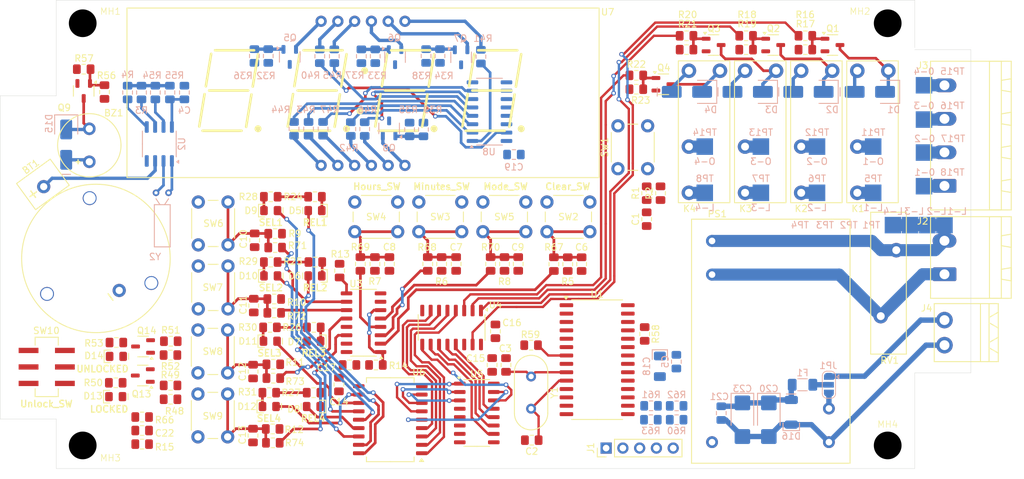
<source format=kicad_pcb>
(kicad_pcb (version 20240108) (generator "pcbnew") (generator_version "8.0")
  (layers (0 "F.Cu" signal) (31 "B.Cu" signal) (36 "B.SilkS" user "B.Silkscreen") (37 "F.SilkS" user "F.Silkscreen") (38 "B.Mask" user) (39 "F.Mask" user) (44 "Edge.Cuts" user))
  (net 0 "")
  (net 1 "GND")
  (net 2 "+BATT")
  (net 3 "+5V")
  (net 4 "Net-(BZ1--)")
  (net 5 "Net-(C1-Pad1)")
  (net 6 "Net-(U1-RA6{slash}OSC2)")
  (net 7 "Net-(U1-RA7{slash}OSC1)")
  (net 8 "Net-(U2-VDD)")
  (net 9 "Net-(C6-Pad1)")
  (net 10 "Net-(C7-Pad1)")
  (net 11 "Net-(C8-Pad1)")
  (net 12 "Net-(C9-Pad1)")
  (net 13 "Net-(C10-Pad1)")
  (net 14 "Net-(C11-Pad1)")
  (net 15 "Net-(C12-Pad1)")
  (net 16 "Net-(C13-Pad1)")
  (net 17 "Net-(C22-Pad1)")
  (net 18 "Net-(D1-A)")
  (net 19 "Net-(D2-A)")
  (net 20 "Net-(D3-A)")
  (net 21 "Net-(D4-A)")
  (net 22 "Net-(D5-A)")
  (net 23 "Net-(D5-K)")
  (net 24 "Net-(D6-A)")
  (net 25 "Net-(D6-K)")
  (net 26 "Net-(D7-A)")
  (net 27 "Net-(D7-K)")
  (net 28 "Net-(D8-A)")
  (net 29 "Net-(D8-K)")
  (net 30 "Net-(D9-K)")
  (net 31 "Net-(D9-A)")
  (net 32 "Net-(D10-A)")
  (net 33 "Net-(D10-K)")
  (net 34 "Net-(D11-K)")
  (net 35 "Net-(D11-A)")
  (net 36 "Net-(D12-A)")
  (net 37 "Net-(D12-K)")
  (net 38 "Net-(D13-A)")
  (net 39 "Net-(D13-K)")
  (net 40 "Net-(D14-A)")
  (net 41 "Net-(D14-K)")
  (net 42 "Net-(JP1-C)")
  (net 43 "/MCU/PGC")
  (net 44 "/MCU/MCLR")
  (net 45 "/MCU/PGD")
  (net 46 "/230VAC_N")
  (net 47 "/230VAC_L")
  (net 48 "/RelaysLeds/RELAY4_OUT")
  (net 49 "/RelaysLeds/RELAY1_OUT")
  (net 50 "/RelaysLeds/RELAY2_OUT")
  (net 51 "/RelaysLeds/RELAY3_OUT")
  (net 52 "/Power/5VDC_IN")
  (net 53 "Net-(JP1-B)")
  (net 55 "Net-(Q1-B)")
  (net 56 "Net-(Q2-B)")
  (net 57 "Net-(Q3-B)")
  (net 58 "Net-(Q4-B)")
  (net 59 "Net-(Q5-E)")
  (net 60 "Net-(Q5-B)")
  (net 61 "Net-(Q6-E)")
  (net 62 "Net-(Q6-B)")
  (net 63 "Net-(Q7-B)")
  (net 64 "Net-(Q7-E)")
  (net 65 "Net-(Q8-B)")
  (net 66 "Net-(Q8-E)")
  (net 67 "Net-(Q9-B)")
  (net 68 "Net-(Q13-B)")
  (net 69 "Net-(Q14-B)")
  (net 70 "Net-(U1-RC3{slash}SCL1)")
  (net 71 "Net-(U1-RC4{slash}SDA1)")
  (net 72 "Net-(U3-Clr)")
  (net 73 "Net-(U3-CE)")
  (net 74 "/RelaysLeds/RELAY1_EN")
  (net 75 "/RelaysLeds/RELAY2_EN")
  (net 76 "/RelaysLeds/RELAY3_EN")
  (net 77 "/RelaysLeds/RELAY4_EN")
  (net 78 "/Display/DISP_CA1")
  (net 79 "/Display/DISP_CA2")
  (net 80 "/Display/DISP_CA3")
  (net 81 "/Display/DISP_CA4")
  (net 82 "Net-(U8-QA)")
  (net 83 "Net-(U7-a)")
  (net 84 "Net-(U8-QB)")
  (net 85 "Net-(U7-b)")
  (net 86 "Net-(U8-QC)")
  (net 87 "Net-(U7-c)")
  (net 88 "Net-(U8-QD)")
  (net 89 "Net-(U7-d)")
  (net 90 "Net-(U7-e)")
  (net 91 "Net-(U8-QE)")
  (net 92 "Net-(U8-QF)")
  (net 93 "Net-(U7-f)")
  (net 94 "Net-(U8-QG)")
  (net 95 "Net-(U7-g)")
  (net 96 "Net-(U8-QH)")
  (net 97 "Net-(U7-D5-D6)")
  (net 98 "/RelaysLeds/LOCK_LED_EN")
  (net 99 "/RelaysLeds/UNLOCK_LED_EN")
  (net 100 "Net-(U1-INT1{slash}RB1)")
  (net 101 "Net-(U1-RA4)")
  (net 102 "Net-(U1-INT2{slash}RB2)")
  (net 103 "Net-(U1-RA5)")
  (net 104 "Net-(U1-ICSPCLK{slash}RB6)")
  (net 105 "Net-(U1-ICSPDAT{slash}RB7)")
  (net 106 "Net-(U1-INT0{slash}RB0)")
  (net 107 "Net-(U3-A)")
  (net 108 "Net-(U3-B)")
  (net 109 "Net-(U3-C)")
  (net 110 "Net-(U3-D)")
  (net 111 "Net-(U3-E)")
  (net 112 "Net-(U3-F)")
  (net 113 "Net-(U3-G)")
  (net 114 "Net-(U3-H)")
  (net 115 "/RelaysLeds/S_SRCLR")
  (net 116 "/RelaysLeds/S_OE1")
  (net 117 "/Buttons/BUTTONS_CLK_IN")
  (net 118 "/RelaysLeds/S_RCLK")
  (net 119 "/RelaysLeds/S_SER")
  (net 120 "/Display/S_SRCLK2_IN")
  (net 121 "/Buttons/BUTTONS_DATA_OUT")
  (net 122 "/RelaysLeds/S_SRCLK1")
  (net 123 "/Buttons/BUTTONS_SHLD_IN")
  (net 124 "Net-(U2-OSCI)")
  (net 125 "/RelaysLeds/RELAY_LED3_EN")
  (net 126 "/RelaysLeds/RELAY_LED4_EN")
  (net 127 "/RelaysLeds/RELAY_LED2_EN")
  (net 128 "/RelaysLeds/RELAY_LED1_EN")
  (net 129 "Net-(U4-QH')")
  (net 130 "/RelaysLeds/SEL_LED2_EN")
  (net 132 "/RelaysLeds/SEL_LED1_EN")
  (net 135 "/RelaysLeds/SEL_LED4_EN")
  (net 136 "/RelaysLeds/SEL_LED3_EN")
  (net 138 "Net-(K1-Pad3)")
  (net 139 "Net-(K1-Pad4)")
  (net 140 "Net-(K2-Pad4)")
  (net 141 "Net-(K2-Pad3)")
  (net 142 "Net-(K3-Pad3)")
  (net 143 "Net-(K3-Pad4)")
  (net 144 "Net-(K4-Pad3)")
  (net 145 "Net-(K4-Pad4)")
  (net 146 "Net-(U2-OSCO)")
  (footprint "alf64:SOT-23-3" (layer "F.Cu") (at 96.6375 107.8 180)
    (property "Reference" "Q14")
    (property "Value" "BC817" (hide yes))
  )
  (footprint "alf64:Generic_0805" (layer "F.Cu") (at 100.7875 109.1)
    (property "Reference" "R52")
    (property "Value" "47k" (hide yes))
  )
  (footprint "alf64:Mss-2235s-sliderswitch" (layer "F.Cu") (at 82.05 110.9 180)
    (property "Reference" "SW10")
    (property "Value" "Unlock_SW" (hide yes))
  )
  (footprint "alf64:Generic_0805" (layer "F.Cu") (at 122.4625 114.8)
    (property "Reference" "R27")
    (property "Value" "330R" (hide yes))
  )
  (footprint "alf64:Generic_0805" (layer "F.Cu") (at 178.9375 62.8 180)
    (property "Reference" "R21")
    (property "Value" "47k" (hide yes))
  )
  (footprint "alf64:SW_PUSH_6mm" (layer "F.Cu") (at 151.35 88.15)
    (property "Reference" "SW5")
    (property "Value" "Mode_SW")
  )
  (footprint "alf64:Generic_0805" (layer "F.Cu") (at 113.5375 91.7 -90)
    (property "Reference" "C10")
    (property "Value" "100n" (hide yes))
  )
  (footprint "alf64:Generic_0805" (layer "F.Cu") (at 116.2875 122.4 180)
    (property "Reference" "R74")
    (property "Value" "330R" (hide yes))
  )
  (footprint "alf64:Generic_0805" (layer "F.Cu") (at 90.8 69.225 -90)
    (property "Reference" "R56")
    (property "Value" "2k2" (hide yes))
  )
  (footprint "alf64:Generic_0805" (layer "F.Cu") (at 127.9 110.6)
    (property "Reference" "C17")
    (property "Value" "100n" (hide yes))
  )
  (footprint "alf64:SW_PUSH_6mm" (layer "F.Cu") (at 107.25 98.85 90)
    (property "Reference" "SW7")
    (property "Value" "Relay2_SW" (hide yes))
  )
  (footprint "alf64:PhoenixContact_MSTBA_2,5_2-G-5,08_1x02_P5.08mm_Horizontal" (layer "F.Cu") (at 222 94.3 90)
    (property "Reference" "J2")
    (property "Value" "230VAC_IN")
  )
  (footprint "alf64:Generic_0805" (layer "F.Cu") (at 144.05 95.2875 -90)
    (property "Reference" "C7")
    (property "Value" "100n" (hide yes))
  )
  (footprint "alf64:Generic_0805" (layer "F.Cu") (at 172.9 88.5 90)
    (property "Reference" "C1")
    (property "Value" "100n")
  )
  (footprint "alf64:relay_AZ9371" (layer "F.Cu") (at 181.6 75.2 -90)
    (property "Reference" "K4")
    (property "Value" "AZ9371T-1A-5D" (hide yes))
  )
  (footprint "alf64:Generic_0805" (layer "F.Cu") (at 115.75 114.8 180)
    (property "Reference" "R31")
    (property "Value" "330R" (hide yes))
  )
  (footprint "alf64:SOT-23-3" (layer "F.Cu") (at 87.65 69.0625 -90)
    (property "Reference" "Q9")
    (property "Value" "BC817" (hide yes))
  )
  (footprint "alf64:Generic_0805" (layer "F.Cu") (at 151.371962 95.2875 90)
    (property "Reference" "R8")
    (property "Value" "10k" (hide yes))
  )
  (footprint "alf64:CR2032_Holder_DS1092" (layer "F.Cu") (at 89.5 94.45 126)
    (property "Reference" "BT1")
    (property "Value" "CR2032" (hide yes))
  )
  (footprint "alf64:Generic_0805" (layer "F.Cu") (at 155.4 107.6 180)
    (property "Reference" "R59")
    (property "Value" "10k" (hide yes))
  )
  (footprint "alf64:PinHeader_1x05_P2.54mm_Vertical" (layer "F.Cu") (at 171.84 123.2 90)
    (property "Reference" "J1")
    (property "Value" "Conn_01x05")
  )
  (footprint "alf64:Generic_0805" (layer "F.Cu") (at 116.6375 92.8 180)
    (property "Reference" "R71")
    (property "Value" "330R" (hide yes))
  )
  (footprint "alf64:Crystal_HC49-U_Vertical" (layer "F.Cu") (at 155.4 114.8 -90)
    (property "Reference" "Y1")
    (property "Value" "8MHz" (hide yes))
  )
  (footprint "alf64:relay_AZ9371" (layer "F.Cu") (at 190.1 75.2 -90)
    (property "Reference" "K3")
    (property "Value" "AZ9371T-1A-5D" (hide yes))
  )
  (footprint "alf64:Generic_0805" (layer "F.Cu") (at 92.5 113.3 180)
    (property "Reference" "R50")
    (property "Value" "330R" (hide yes))
  )
  (footprint "alf64:Generic_0805" (layer "F.Cu") (at 113.3 111.6 -90)
    (property "Reference" "C12")
    (property "Value" "100n" (hide yes))
  )
  (footprint "alf64:Generic_0805" (layer "F.Cu") (at 115.975 85.1 180)
    (property "Reference" "R28")
    (property "Value" "330R" (hide yes))
  )
  (footprint "alf64:SW_PUSH_6mm" (layer "F.Cu") (at 131.95 88.15)
    (property "Reference" "SW4")
    (property "Value" "Hours_SW")
  )
  (footprint "alf64:SOT-23-3" (layer "F.Cu") (at 201.0375 62.1)
    (property "Reference" "Q1")
    (property "Value" "BC817" (hide yes))
  )
  (footprint "alf64:SO-16_3.9x9.9mm_P1.27mm" (layer "F.Cu") (at 143.365 104.925 -90)
    (property "Reference" "U4")
    (property "Value" "74HC595" (hide yes))
  )
  (footprint "alf64:RV_Disc_D21.5mm_W5.4mm_P10mm" (layer "F.Cu") (at 209.5 98.2 -90)
    (property "Reference" "RV1")
    (property "Value" "400V" (hide yes))
  )
  (footprint "alf64:Generic_0805" (layer "F.Cu") (at 116.2625 120.3 180)
    (property "Reference" "R12")
    (property "Value" "10k" (hide yes))
  )
  (footprint "alf64:Generic_0805" (layer "F.Cu") (at 187.9625 62.8 180)
    (property "Reference" "R19")
    (property "Value" "47k" (hide yes))
  )
  (footprint "alf64:Hole_4.2mm" (layer "F.Cu") (at 87.5 122.8)
    (property "Reference" "MH3")
    (property "Value" "Hole_4.2mm" (hide yes))
  )
  (footprint "alf64:Generic_0805" (layer "F.Cu") (at 115.975 95 180)
    (property "Reference" "R29")
    (property "Value" "330R" (hide yes))
  )
  (footprint "alf64:Generic_0805" (layer "F.Cu") (at 100.8375 107)
    (property "Reference" "R51")
    (property "Value" "2k2" (hide yes))
  )
  (footprint "alf64:Generic_0805" (layer "F.Cu") (at 113.2875 121.3 -90)
    (property "Reference" "C13")
    (property "Value" "100n" (hide yes))
  )
  (footprint "alf64:SOIC-28W_7.5x17.9mm_P1.27mm" (layer "F.Cu") (at 165.4 109.8)
    (property "Reference" "U1")
    (property "Value" "PIC18F25Q10")
  )
  (footprint "alf64:Generic_0805" (layer "F.Cu") (at 131.75 95.2875 90)
    (property "Reference" "R7")
    (property "Value" "10k" (hide yes))
  )
  (footprint "alf64:Generic_0805" (layer "F.Cu") (at 116.3625 110.5 180)
    (property "Reference" "R11")
    (property "Value" "10k" (hide yes))
  )
  (footprint "alf64:SOT-23-3" (layer "F.Cu") (at 192.0625 62.1)
    (property "Reference" "Q2")
    (property "Value" "BC817" (hide yes))
  )
  (footprint "alf64:Generic_0805" (layer "F.Cu") (at 171.3375 66.7)
    (property "Reference" "R22")
    (property "Value" "2k2" (hide yes))
  )
  (footprint "alf64:Buzzer_THT_9.6mm" (layer "F.Cu") (at 88.5 77.3 90)
    (property "Reference" "BZ1")
    (property "Value" "Buzzer" (hide yes))
  )
  (footprint "alf64:Generic_0805" (layer "F.Cu") (at 172.9 84.5625 90)
    (property "Reference" "R1")
    (property "Value" "1k")
  )
  (footprint "alf64:Generic_0805" (layer "F.Cu") (at 116.5 100.6 180)
    (property "Reference" "R10")
    (property "Value" "10k" (hide yes))
  )
  (footprint "alf64:Generic_0805" (layer "F.Cu") (at 126.4 96.3 -90)
    (property "Reference" "R13")
    (property "Value" "10k" (hide yes))
  )
  (footprint "alf64:Generic_0805" (layer "F.Cu") (at 178.9375 60.7)
    (property "Reference" "R20")
    (property "Value" "2k2" (hide yes))
  )
  (footprint "alf64:SW_PUSH_6mm" (layer "F.Cu") (at 107.2 118.25 90)
    (property "Reference" "SW9")
    (property "Value" "Relay4_SW" (hide yes))
  )
  (footprint "alf64:Generic_0805" (layer "F.Cu") (at 141.85 95.2875 90)
    (property "Reference" "R6")
    (property "Value" "10k" (hide yes))
  )
  (footprint "alf64:Generic_0805" (layer "F.Cu") (at 122.675 85.1)
    (property "Reference" "R24")
    (property "Value" "330R" (hide yes))
  )
  (footprint "alf64:Generic_0805" (layer "F.Cu") (at 100.8 115.8)
    (property "Reference" "R48")
    (property "Value" "2k2" (hide yes))
  )
  (footprint "alf64:Generic_0805" (layer "F.Cu") (at 96.5 118.4925 180)
    (property "Reference" "R66")
    (property "Value" "330R" (hide yes))
  )
  (footprint "alf64:Generic_0805" (layer "F.Cu") (at 153.45 95.286602 -90)
    (property "Reference" "C9")
    (property "Value" "100n" (hide yes))
  )
  (footprint "alf64:relay_AZ9371" (layer "F.Cu") (at 198.6 75.2 -90)
    (property "Reference" "K2")
    (property "Value" "AZ9371T-1A-5D" (hide yes))
  )
  (footprint "alf64:Generic_0805" (layer "F.Cu") (at 87.65 65.7625 180)
    (property "Reference" "R57")
    (property "Value" "4k7" (hide yes))
  )
  (footprint "alf64:Generic_0805" (layer "F.Cu") (at 116.3625 112.6 180)
    (property "Reference" "R73")
    (property "Value" "330R" (hide yes))
  )
  (footprint "alf64:Generic_0805" (layer "F.Cu") (at 133.95 95.2875 -90)
    (property "Reference" "C8")
    (property "Value" "100n" (hide yes))
  )
  (footprint "alf64:SOT-23-3" (layer "F.Cu") (at 183.0375 62.1)
    (property "Reference" "Q3")
    (property "Value" "BC817" (hide yes))
  )
  (footprint "alf64:Generic_0805" (layer "F.Cu") (at 172.6 105.9 -90)
    (property "Reference" "R58")
    (property "Value" "10k")
  )
  (footprint "alf64:SOT-23-3" (layer "F.Cu") (at 175.4375 68.05)
    (property "Reference" "Q4")
    (property "Value" "BC817" (hide yes))
  )
  (footprint "alf64:Hole_4.2mm" (layer "F.Cu") (at 209.4 58.8)
    (property "Reference" "MH2")
    (property "Value" "Hole_4.2mm" (hide yes))
  )
  (footprint "alf64:D_0805" (layer "F.Cu") (at 122.675 87.2 180)
    (property "Reference" "D5")
    (property "Value" "RELAY_LED1" (hide yes))
  )
  (footprint "alf64:Generic_0805" (layer "F.Cu") (at 122.5 104.9)
    (property "Reference" "R26")
    (property "Value" "330R" (hide yes))
  )
  (footprint "alf64:Generic_0805" (layer "F.Cu") (at 149.5 110.6 90)
    (property "Reference" "C15")
    (property "Value" "100n" (hide yes))
  )
  (footprint "alf64:relay_AZ9371" (layer "F.Cu") (at 207.1 75.2 -90)
    (property "Reference" "K1")
    (property "Value" "AZ9371T-1A-5D" (hide yes))
  )
  (footprint "alf64:KW4-804AVB" (layer "F.Cu") (at 129.9 69.295)
    (property "Reference" "U7")
    (property "Value" "KW4-804AVB" (hide yes))
  )
  (footprint "alf64:D_0805" (layer "F.Cu") (at 115.975 87.2)
    (property "Reference" "D9")
    (property "Value" "SEL_LED1" (hide yes))
  )
  (footprint "alf64:Generic_0805" (layer "F.Cu") (at 171.3375 68.8 180)
    (property "Reference" "R23")
    (property "Value" "47k" (hide yes))
  )
  (footprint "alf64:D_0805" (layer "F.Cu") (at 115.75 116.9)
    (property "Reference" "D12")
    (property "Value" "SEL_LED4" (hide yes))
  )
  (footprint "alf64:D_0805" (layer "F.Cu") (at 122.5 107 180)
    (property "Reference" "D7")
    (property "Value" "RELAY_LED3" (hide yes))
  )
  (footprint "alf64:PhoenixContact_MSTBA_2,5_4-G-5,08_1x04_P5.08mm_Horizontal" (layer "F.Cu") (at 222 75.8 90)
    (property "Reference" "J3")
    (property "Value" "Conn_01x04")
  )
  (footprint "alf64:Generic_0805" (layer "F.Cu") (at 116.6375 90.7 180)
    (property "Reference" "R9")
    (property "Value" "10k" (hide yes))
  )
  (footprint "alf64:Conn_Degson_2x3.81mm" (layer "F.Cu") (at 221.35 105.7 90)
    (property "Reference" "J4")
    (property "Value" "5VDC_IN")
  )
  (footprint "alf64:SW_PUSH_6mm" (layer "F.Cu") (at 161.05 88.15)
    (property "Reference" "SW2")
    (property "Value" "Clear_SW")
  )
  (footprint "alf64:Generic_0805" (layer "F.Cu") (at 116.5 102.7 180)
    (property "Reference" "R72")
    (property "Value" "330R" (hide yes))
  )
  (footprint "alf64:D_0805" (layer "F.Cu") (at 122.4375 116.9 180)
    (property "Reference" "D8")
    (property "Value" "RELAY_LED4" (hide yes))
  )
  (footprint "alf64:Generic_0805" (layer "F.Cu") (at 96.5 122.6 180)
    (property "Reference" "R15")
    (property "Value" "10k" (hide yes))
  )
  (footprint "alf64:D_0805" (layer "F.Cu") (at 92.6 109.3)
    (property "Reference" "D14")
    (property "Value" "UNLOCK_LED" (hide yes))
  )
  (footprint "alf64:SO-16_3.9x9.9mm_P1.27mm" (layer "F.Cu") (at 147.175 117.875)
    (property "Reference" "U5")
    (property "Value" "74HC595")
  )
  (footprint "alf64:Generic_0805" (layer "F.Cu") (at 100.8 113.7)
    (property "Reference" "R49")
    (property "Value" "47k" (hide yes))
  )
  (footprint "alf64:Generic_0805" (layer "F.Cu") (at 175 84.5625 90)
    (property "Reference" "R2")
    (property "Value" "10k")
  )
  (footprint "alf64:D_0805" (layer "F.Cu") (at 115.975 97.1)
    (property "Reference" "D10")
    (property "Value" "SEL_LED2" (hide yes))
  )
  (footprint "alf64:Generic_0805" (layer "F.Cu") (at 139.75 95.2875 90)
    (property "Reference" "R68")
    (property "Value" "330R" (hide yes))
  )
  (footprint "alf64:SW_PUSH_6mm" (layer "F.Cu") (at 107.2 108.55 90)
    (property "Reference" "SW8")
    (property "Value" "Relay3_SW" (hide yes))
  )
  (footprint "alf64:Generic_0805" (layer "F.Cu") (at 129.55 95.2875 90)
    (property "Reference" "R69")
    (property "Value" "330R" (hide yes))
  )
  (footprint "alf64:SOT-23-3" (layer "F.Cu") (at 96.6 112.2 180)
    (property "Reference" "Q13")
    (property "Value" "BC817" (hide yes))
  )
  (footprint "alf64:Generic_0805" (layer "F.Cu") (at 160.95 95.3125 90)
    (property "Reference" "R5")
    (property "Value" "10k" (hide yes))
  )
  (footprint "alf64:Generic_0805" (layer "F.Cu") (at 126.3 113.5625 -90)
    (property "Reference" "C14")
    (property "Value" "100n" (hide yes))
  )
  (footprint "alf64:SW_PUSH_6mm" (layer "F.Cu") (at 141.65 88.15)
    (property "Reference" "SW3")
    (property "Value" "Minutes_SW")
  )
  (footprint "alf64:Hole_4.2mm" (layer "F.Cu") (at 209.4 122.8)
    (property "Reference" "MH4")
    (property "Value" "Hole_4.2mm" (hide yes))
  )
  (footprint "alf64:Generic_0805" (layer "F.Cu") (at 150 105.5 90)
    (property "Reference" "C16")
    (property "Value" "100n" (hide yes))
  )
  (footprint "alf64:SOP-18_7x12.5mm_P1.27mm" (layer "F.Cu") (at 134.075 118.9 180)
    (property "Reference" "U6")
    (property "Value" "ULN2803A" (hide yes))
  )
  (footprint "alf64:SW_PUSH_6mm" (layer "F.Cu") (at 170.8 77.6 90)
    (property "Reference" "SW1")
    (property "Value" "Reset_SW")
  )
  (footprint "alf64:D_0805" (layer "F.Cu") (at 92.5 115.4)
    (property "Reference" "D13")
    (property "Value" "LOCK_LED" (hide yes))
  )
  (footprint "alf64:Generic_0805" (layer "F.Cu") (at 131.9 110.6 180)
    (property "Reference" "R14")
    (property "Value" "10k" (hide yes))
  )
  (footprint "alf64:IRM-03" (layer "F.Cu") (at 191.7 107 -90)
    (property "Reference" "PS1")
    (property "Value" "IRM-03-5" (hide yes))
  )
  (footprint "alf64:Generic_0805" (layer "F.Cu") (at 113.4 101.6 -90)
    (property "Reference" "C11")
    (property "Value" "100n" (hide yes))
  )
  (footprint "alf64:SW_PUSH_6mm" (layer "F.Cu") (at 107.25 89.15 90)
    (property "Reference" "SW6")
    (property "Value" "Relay1_SW" (hide yes))
  )
  (footprint "alf64:D_0805" (layer "F.Cu") (at 115.9 107)
    (property "Reference" "D11")
    (property "Value" "SEL_LED3" (hide yes))
  )
  (footprint "alf64:Generic_0805" (layer "F.Cu") (at 187.9625 60.7)
    (property "Reference" "R18")
    (property "Value" "2k2" (hide yes))
  )
  (footprint "alf64:Generic_0805" (layer "F.Cu") (at 158.85 95.3125 90)
    (property "Reference" "R67")
    (property "Value" "330R" (hide yes))
  )
  (footprint "alf64:Generic_0805" (layer "F.Cu") (at 92.6 107.2 180)
    (property "Reference" "R53")
    (property "Value" "330R" (hide yes))
  )
  (footprint "alf64:Generic_0805" (layer "F.Cu") (at 96.5 120.5375)
    (property "Reference" "C22")
    (property "Value" "100n" (hide yes))
  )
  (footprint "alf64:Generic_0805" (layer "F.Cu") (at 149.271962 95.2875 90)
    (property "Reference" "R70")
    (property "Value" "330R" (hide yes))
  )
  (footprint "alf64:Generic_0805" (layer "F.Cu") (at 196.9375 62.8 180)
    (property "Reference" "R16")
    (property "Value" "47k" (hide yes))
  )
  (footprint "alf64:Hole_4.2mm" (layer "F.Cu") (at 87.5 58.8)
    (property "Reference" "MH1")
    (property "Value" "Hole_4.2mm" (hide yes))
  )
  (footprint "alf64:Generic_0805" (layer "F.Cu") (at 122.725 95)
    (property "Reference" "R25")
    (property "Value" "330R" (hide yes))
  )
  (footprint "alf64:Generic_0805" (layer "F.Cu") (at 196.9375 60.7)
    (property "Reference" "R17")
    (property "Value" "2k2" (hide yes))
  )
  (footprint "alf64:Generic_0805" (layer "F.Cu") (at 151.6 110.6 -90)
    (property "Reference" "C3")
    (property "Value" "22p" (hide yes))
  )
  (footprint "alf64:Generic_0805" (layer "F.Cu") (at 163.05 95.3125 -90)
    (property "Reference" "C6")
    (property "Value" "100n" (hide yes))
  )
  (footprint "alf64:SO-16_3.9x9.9mm_P1.27mm" (layer "F.Cu") (at 130.025 104.195 180)
    (property "Reference" "U3")
    (property "Value" "74LS166" (hide yes))
  )
  (footprint "alf64:D_0805" (layer "F.Cu") (at 122.675 97.1 180)
    (property "Reference" "D6")
    (property "Value" "RELAY_LED2" (hide yes))
  )
  (footprint "alf64:Generic_0805" (layer "F.Cu") (at 115.8625 104.9 180)
    (property "Reference" "R30")
    (property "Value" "330R" (hide yes))
  )
  (footprint "alf64:Generic_0805" (layer "F.Cu") (at 155.5 122)
    (property "Reference" "C2")
    (property "Value" "22p" (hide yes))
  )
  (footprint "alf64:Generic_0805" (layer "B.Cu") (at 177.4375 118.9)
    (property "Reference" "R60")
    (property "Value" "10")
  )
  (footprint "alf64:TestPoint_Pad_2.5x2.5mm_NoBorders" (layer "B.Cu") (at 214.9 78.4 180)
    (property "Reference" "TP17")
    (property "Value" "0-2")
  )
  (footprint "alf64:Generic_0805" (layer "B.Cu") (at 123.4 63.8 90)
    (property "Reference" "R40")
    (property "Value" "330R" (hide yes))
  )
  (footprint "alf64:Generic_0805" (layer "B.Cu") (at 177.4375 116.8 180)
    (property "Reference" "R62")
    (property "Value" "10k")
  )
  (footprint "alf64:TestPoint_Pad_2.5x2.5mm_NoBorders" (layer "B.Cu") (at 212.8 89.4 180)
    (property "Reference" "TP3")
    (property "Value" "L-3")
  )
  (footprint "alf64:Generic_0805" (layer "B.Cu") (at 113.5 63.7625 90)
    (property "Reference" "R36")
    (property "Value" "2k2" (hide yes))
  )
  (footprint "alf64:SOT-23-3" (layer "B.Cu") (at 133.9 74.7375 90)
    (property "Reference" "Q8")
    (property "Value" "BC807" (hide yes))
  )
  (footprint "alf64:Generic_0805" (layer "B.Cu") (at 125.6 63.8 90)
    (property "Reference" "R45")
    (property "Value" "330R" (hide yes))
  )
  (footprint "alf64:Generic_0805" (layer "B.Cu") (at 152.8 78.7)
    (property "Reference" "C19")
    (property "Value" "100n" (hide yes))
  )
  (footprint "alf64:TestPoint_Pad_2.5x2.5mm_NoBorders" (layer "B.Cu") (at 207.2 84.5 180)
    (property "Reference" "TP5")
    (property "Value" "L-1")
  )
  (footprint "alf64:Solderjumper-3-rounded" (layer "B.Cu") (at 200.5 113.6 -90)
    (property "Reference" "JP1")
    (property "Value" "jumper" (hide yes))
  )
  (footprint "alf64:TestPoint_Pad_2.5x2.5mm_NoBorders" (layer "B.Cu") (at 214.9 83.5 180)
    (property "Reference" "TP18")
    (property "Value" "0-1")
  )
  (footprint "alf64:TestPoint_Pad_2.5x2.5mm_NoBorders" (layer "B.Cu") (at 190.2 84.5 180)
    (property "Reference" "TP7")
    (property "Value" "L-3")
  )
  (footprint "alf64:C_Tantal_1206" (layer "B.Cu") (at 174.9 110.8 -90)
    (property "Reference" "C18")
    (property "Value" "10u 16V")
  )
  (footprint "alf64:Generic_0805" (layer "B.Cu") (at 139.1 74.9 -90)
    (property "Reference" "R39")
    (property "Value" "2k2" (hide yes))
  )
  (footprint "alf64:Generic_0805" (layer "B.Cu") (at 100.7 69.3 90)
    (property "Reference" "R55")
    (property "Value" "1k" (hide yes))
  )
  (footprint "alf64:Generic_0805" (layer "B.Cu") (at 115.6 63.7625 90)
    (property "Reference" "R32")
    (property "Value" "47k" (hide yes))
  )
  (footprint "alf64:TestPoint_Pad_2.5x2.5mm_NoBorders" (layer "B.Cu") (at 181.7 77.5 180)
    (property "Reference" "TP14")
    (property "Value" "O-4")
  )
  (footprint "alf64:Generic_0805" (layer "B.Cu") (at 137 74.9 -90)
    (property "Reference" "R35")
    (property "Value" "47k" (hide yes))
  )
  (footprint "alf64:SO-8_3.9x4.9mm_P1.27mm" (layer "B.Cu") (at 99.1 77.1 90)
    (property "Reference" "U2")
    (property "Value" "PCF8523T" (hide yes))
  )
  (footprint "alf64:D_SMA" (layer "B.Cu") (at 85 77.2 -90)
    (property "Reference" "D15")
    (property "Value" "S1G" (hide yes))
  )
  (footprint "alf64:SOT-23-3" (layer "B.Cu") (at 118.85 63.9 -90)
    (property "Reference" "Q5")
    (property "Value" "BC807" (hide yes))
  )
  (footprint "alf64:Generic_0805" (layer "B.Cu") (at 96.4 69.3 -90)
    (property "Reference" "R3")
    (property "Value" "4k7" (hide yes))
  )
  (footprint "alf64:TestPoint_Pad_2.5x2.5mm_NoBorders" (layer "B.Cu") (at 210.2 89.4 180)
    (property "Reference" "TP4")
    (property "Value" "L-4")
  )
  (footprint "alf64:TestPoint_Pad_2.5x2.5mm_NoBorders" (layer "B.Cu") (at 181.7 84.5 180)
    (property "Reference" "TP8")
    (property "Value" "L-4")
  )
  (footprint "alf64:TestPoint_Pad_2.5x2.5mm_NoBorders" (layer "B.Cu") (at 198.7 84.5 180)
    (property "Reference" "TP6")
    (property "Value" "L-2")
  )
  (footprint "alf64:Generic_0805" (layer "B.Cu") (at 173.5375 118.9)
    (property "Reference" "R63")
    (property "Value" "10k")
  )
  (footprint "alf64:Generic_1206" (layer "B.Cu") (at 196.5 113.6 180)
    (property "Reference" "F1")
    (property "Value" "5V 500mA" (hide yes))
  )
  (footprint "alf64:TestPoint_Pad_2.5x2.5mm_NoBorders" (layer "B.Cu") (at 198.7 77.5 180)
    (property "Reference" "TP12")
    (property "Value" "O-2")
  )
  (footprint "alf64:Generic_0805" (layer "B.Cu") (at 119.5 74.8 -90)
    (property "Reference" "R44")
    (property "Value" "330R" (hide yes))
  )
  (footprint "alf64:D_SMA" (layer "B.Cu") (at 206.7 69.2 180)
    (property "Reference" "D1")
    (property "Value" "S1G" (hide yes))
  )
  (footprint "alf64:SOT-23-3" (layer "B.Cu") (at 144.8 63.9625 -90)
    (property "Reference" "Q7")
    (property "Value" "BC807" (hide yes))
  )
  (footprint "alf64:Generic_0805" (layer "B.Cu") (at 147.8 63.8625 90)
    (property "Reference" "R41")
    (property "Value" "330R" (hide yes))
  )
  (footprint "alf64:TestPoint_Pad_2.5x2.5mm_NoBorders" (layer "B.Cu") (at 214.9 68.2 180)
    (property "Reference" "TP15")
    (property "Value" "0-4")
  )
  (footprint "alf64:D_SMA" (layer "B.Cu") (at 197.4 69.2 180)
    (property "Reference" "D2")
    (property "Value" "S1G" (hide yes))
  )
  (footprint "alf64:SOT-23-3" (layer "B.Cu") (at 134.8 63.9375 -90)
    (property "Reference" "Q6")
    (property "Value" "BC807" (hide yes))
  )
  (footprint "alf64:Generic_0805" (layer "B.Cu") (at 141.6 63.7625 90)
    (property "Reference" "R34")
    (property "Value" "47k" (hide yes))
  )
  (footprint "alf64:Generic_0805" (layer "B.Cu") (at 139.5 63.7625 90)
    (property "Reference" "R38")
    (property "Value" "2k2" (hide yes))
  )
  (footprint "alf64:Generic_0805" (layer "B.Cu") (at 184.2 117.9 -90)
    (property "Reference" "C21")
    (property "Value" "10u" (hide yes))
  )
  (footprint "alf64:TestPoint_Pad_2.5x2.5mm_NoBorders" (layer "B.Cu") (at 215.4 89.4 180)
    (property "Reference" "TP2")
    (property "Value" "L-2")
  )
  (footprint "alf64:Generic_0805" (layer "B.Cu") (at 123.9 74.8 -90)
    (property "Reference" "R47")
    (property "Value" "330R" (hide yes))
  )
  (footprint "alf64:D_SMA" (layer "B.Cu") (at 188.2 69.2 180)
    (property "Reference" "D3")
    (property "Value" "S1G" (hide yes))
  )
  (footprint "alf64:TestPoint_Pad_2.5x2.5mm_NoBorders" (layer "B.Cu") (at 218 89.4 180)
    (property "Reference" "TP1")
    (property "Value" "L-1")
  )
  (footprint "alf64:C_Tantal_2312" (layer "B.Cu") (at 187.4 118.9 -90)
    (property "Reference" "C23")
    (property "Value" "22u 16V" (hide yes))
  )
  (footprint "alf64:Generic_0805" (layer "B.Cu") (at 129.7 63.8 90)
    (property "Reference" "R37")
    (property "Value" "2k2" (hide yes))
  )
  (footprint "alf64:D_SMA" (layer "B.Cu") (at 179 69.2 180)
    (property "Reference" "D4")
    (property "Value" "S1G" (hide yes))
  )
  (footprint "alf64:Generic_0805" (layer "B.Cu") (at 130.2 74.8375 -90)
    (property "Reference" "R46")
    (property "Value" "330R" (hide yes))
  )
  (footprint "alf64:Generic_0805" (layer "B.Cu") (at 121.7 74.8 -90)
    (property "Reference" "R43")
    (property "Value" "330R" (hide yes))
  )
  (footprint "alf64:Crystal_DS26_D2.0mm_L6.0mm_Horizontal" (layer "B.Cu") (at 99.55 88.5 180)
    (property "Reference" "Y2")
    (property "Value" "32.768kHz" (hide yes))
  )
  (footprint "alf64:TestPoint_Pad_2.5x2.5mm_NoBorders" (layer "B.Cu") (at 190.2 77.5 180)
    (property "Reference" "TP13")
    (property "Value" "O-3")
  )
  (footprint "alf64:Generic_0805" (layer "B.Cu") (at 177.4 110.1 -90)
    (property "Reference" "C5")
    (property "Value" "100n")
  )
  (footprint "alf64:TestPoint_Pad_2.5x2.5mm_NoBorders" (layer "B.Cu") (at 207.2 77.5 180)
    (property "Reference" "TP11")
    (property "Value" "O-1")
  )
  (footprint "alf64:TestPoint_Pad_2.5x2.5mm_NoBorders" (layer "B.Cu") (at 214.9 73.4 180)
    (property "Reference" "TP16")
    (property "Value" "0-3")
  )
  (footprint "alf64:Generic_0805" (layer "B.Cu") (at 128.1 74.8375 -90)
    (property "Reference" "R42")
    (property "Value" "330R" (hide yes))
  )
  (footprint "alf64:D_QuadroMelf" (layer "B.Cu") (at 194.8 117.8 90)
    (property "Reference" "D16")
    (property "Value" "6V" (hide yes))
  )
  (footprint "alf64:Generic_0805" (layer "B.Cu") (at 102.9 69.3 90)
    (property "Reference" "C4")
    (property "Value" "3.3u" (hide yes))
  )
  (footprint "alf64:Generic_0805" (layer "B.Cu") (at 131.8 63.8 90)
    (property "Reference" "R33")
    (property "Value" "47k" (hide yes))
  )
  (footprint "alf64:Generic_0805" (layer "B.Cu") (at 98.5 69.3 -90)
    (property "Reference" "R54")
    (property "Value" "10k" (hide yes))
  )
  (footprint "alf64:Generic_0805" (layer "B.Cu") (at 94.3 69.3 -90)
    (property "Reference" "R4")
    (property "Value" "4k7" (hide yes))
  )
  (footprint "alf64:Generic_0805" (layer "B.Cu") (at 173.565 116.79 180)
    (property "Reference" "R61")
    (property "Value" "10")
  )
  (footprint "alf64:SO-16_3.9x9.9mm_P1.27mm" (layer "B.Cu") (at 149.1 72.2)
    (property "Reference" "U8")
    (property "Value" "74HC595" (hide yes))
  )
  (footprint "alf64:C_Tantal_2312" (layer "B.Cu") (at 191.4 118.9 -90)
    (property "Reference" "C20")
    (property "Value" "47u 16V" (hide yes))
  )
  (gr_line (start 83.5 55.3) (end 213.5 55.3) (stroke (width 0.05)) (layer "Edge.Cuts"))
  (gr_line (start 213.5 62.8) (end 222 62.8) (stroke (width 0.05)) (layer "Edge.Cuts"))
  (gr_line (start 83.5 126.3) (end 213.5 126.3) (stroke (width 0.05)) (layer "Edge.Cuts"))
  (gr_line (start 222 62.8) (end 222 111.8) (stroke (width 0.05)) (layer "Edge.Cuts"))
  (gr_line (start 222 111.8) (end 213.5 111.8) (stroke (width 0.05)) (layer "Edge.Cuts"))
  (gr_line (start 75 69.8) (end 75 118.8) (stroke (width 0.05)) (layer "Edge.Cuts"))
  (gr_line (start 213.5 55.3) (end 213.5 62.5) (stroke (width 0.05)) (layer "Edge.Cuts"))
  (gr_line (start 83.5 55.3) (end 83.5 69.8) (stroke (width 0.05)) (layer "Edge.Cuts"))
  (gr_line (start 75 118.8) (end 83.5 118.8) (stroke (width 0.05)) (layer "Edge.Cuts"))
  (gr_line (start 213.5 111.8) (end 213.5 126.3) (stroke (width 0.05)) (layer "Edge.Cuts"))
  (gr_line (start 83.5 69.8) (end 75 69.8) (stroke (width 0.05)) (layer "Edge.Cuts"))
  (gr_line (start 83.5 118.8) (end 83.5 126.3) (stroke (width 0.05)) (layer "Edge.Cuts"))
  (gr_text "SEL2" (at 116 98.9 0) (layer "F.SilkS") (effects (font (size 1 1) (thickness 0.2) (bold yes))))
  (gr_text "REL1" (at 122.7 89 0) (layer "F.SilkS") (effects (font (size 1 1) (thickness 0.2) (bold yes))))
  (gr_text "REL2" (at 122.7 98.9 0) (layer "F.SilkS") (effects (font (size 1 1) (thickness 0.2) (bold yes))))
  (gr_text "Unlock_SW" (at 82 116.5 0) (layer "F.SilkS") (effects (font (size 1 1) (thickness 0.2) (bold yes))))
  (gr_text "LOCKED" (at 91.5 117.3 0) (layer "F.SilkS") (effects (font (size 1 1) (thickness 0.2) (bold yes))))
  (gr_text "SEL3" (at 115.8 108.8 0) (layer "F.SilkS") (effects (font (size 1 1) (thickness 0.2) (bold yes))))
  (gr_text "REL3" (at 122.5 108.8 0) (layer "F.SilkS") (effects (font (size 1 1) (thickness 0.2) (bold yes))))
  (gr_text "UNLOCKED" (at 90.5 111.2 0) (layer "F.SilkS") (effects (font (size 1 1) (thickness 0.2) (bold yes))))
  (gr_text "REL4" (at 122.4 118.7 0) (layer "F.SilkS") (effects (font (size 1 1) (thickness 0.2) (bold yes))))
  (gr_text "SEL1" (at 116 89 0) (layer "F.SilkS") (effects (font (size 1 1) (thickness 0.2) (bold yes))))
  (gr_text "SEL4" (at 115.7 118.7 0) (layer "F.SilkS") (effects (font (size 1 1) (thickness 0.2) (bold yes))))
  (segment (start 184.8875 118.9375) (end 187.4 121.45) (width 0.8128) (layer "B.Cu") (net 1))
  (segment (start 184.2 118.9375) (end 184.8875 118.9375) (width 0.8128) (layer "B.Cu") (net 1))
  (segment (start 200.5 122.3) (end 215.2 107.6) (width 0.8128) (layer "B.Cu") (net 1))
  (segment (start 215.2 107.6) (end 218 107.6) (width 0.8128) (layer "B.Cu") (net 1))
  (segment (start 194.8 119.65) (end 197.85 119.65) (width 0.8128) (layer "B.Cu") (net 1))
  (segment (start 187.4 121.45) (end 191.4 121.45) (width 0.8128) (layer "B.Cu") (net 1))
  (segment (start 191.4 121.45) (end 193.2 119.65) (width 0.8128) (layer "B.Cu") (net 1))
  (segment (start 193.2 119.65) (end 194.8 119.65) (width 0.8128) (layer "B.Cu") (net 1))
  (segment (start 197.85 119.65) (end 200.5 122.3) (width 0.8128) (layer "B.Cu") (net 1))
  (segment (start 98.465 79.675) (end 98.465 81.135) (width 0.508) (layer "B.Cu") (net 2))
  (segment (start 82.86301 82.3) (end 81.594289 83.568721) (width 0.508) (layer "B.Cu") (net 2))
  (segment (start 98.465 81.135) (end 97.3 82.3) (width 0.508) (layer "B.Cu") (net 2))
  (segment (start 97.3 82.3) (end 82.86301 82.3) (width 0.508) (layer "B.Cu") (net 2))
  (segment (start 116.9 104.9) (end 121.4625 104.9) (width 0.4064) (layer "F.Cu") (net 3))
  (segment (start 121.6875 95) (end 117.0125 95) (width 0.4064) (layer "F.Cu") (net 3))
  (segment (start 121.6375 85.1) (end 117.0125 85.1) (width 0.4064) (layer "F.Cu") (net 3))
  (segment (start 116.7875 114.8) (end 121.425 114.8) (width 0.4064) (layer "F.Cu") (net 3))
  (segment (start 96.4 68.2625) (end 98.5 68.2625) (width 0.508) (layer "B.Cu") (net 3))
  (segment (start 204.4 66.4) (end 204.8 66) (width 0.508) (layer "B.Cu") (net 3))
  (segment (start 94.3 68.2625) (end 96.4 68.2625) (width 0.508) (layer "B.Cu") (net 3))
  (segment (start 85 79.5) (end 88.2 79.5) (width 0.508) (layer "B.Cu") (net 3))
  (segment (start 176.7 69.2) (end 176.7 68.6) (width 0.508) (layer "B.Cu") (net 3))
  (segment (start 204.4 69.2) (end 204.4 66.4) (width 0.508) (layer "B.Cu") (net 3))
  (segment (start 186.8875 116.8625) (end 187.4 116.35) (width 0.8128) (layer "B.Cu") (net 3))
  (segment (start 195.1 67.2) (end 196.3 66) (width 0.508) (layer "B.Cu") (net 3))
  (segment (start 185.9 67.9) (end 187.8 66) (width 0.508) (layer "B.Cu") (net 3))
  (segment (start 191.85 115.9) (end 194.8 115.9) (width 0.8128) (layer "B.Cu") (net 3))
  (segment (start 98.5 68.2625) (end 100.7 68.2625) (width 0.508) (layer "B.Cu") (net 3))
  (segment (start 195.1 69.2) (end 195.1 67.2) (width 0.508) (layer "B.Cu") (net 3))
  (segment (start 194.8 113.7375) (end 194.8 115.9) (width 0.8128) (layer "B.Cu") (net 3))
  (segment (start 194.9375 113.6) (end 194.8 113.7375) (width 0.8128) (layer "B.Cu") (net 3))
  (segment (start 88.2 79.5) (end 88.5 79.8) (width 0.508) (layer "B.Cu") (net 3))
  (segment (start 176.5 68.8) (end 176.5 69.2) (width 0.508) (layer "B.Cu") (net 3))
  (segment (start 187.4 116.35) (end 191.4 116.35) (width 0.8128) (layer "B.Cu") (net 3))
  (segment (start 184.2 116.8625) (end 186.8875 116.8625) (width 0.8128) (layer "B.Cu") (net 3))
  (segment (start 185.9 69.2) (end 185.9 67.9) (width 0.508) (layer "B.Cu") (net 3))
  (segment (start 176.7 68.6) (end 179.3 66) (width 0.508) (layer "B.Cu") (net 3))
  (segment (start 191.4 116.35) (end 191.85 115.9) (width 0.8128) (layer "B.Cu") (net 3))
  (segment (start 87.65 70.2) (end 87.65 73.95) (width 0.4064) (layer "F.Cu") (net 4))
  (segment (start 87.65 73.95) (end 88.5 74.8) (width 0.4064) (layer "F.Cu") (net 4))
  (segment (start 85 74.9) (end 88.4 74.9) (width 0.508) (layer "B.Cu") (net 4))
  (segment (start 88.4 74.9) (end 88.5 74.8) (width 0.508) (layer "B.Cu") (net 4))
  (segment (start 159.655 112.975) (end 160.75 112.975) (width 0.3556) (layer "F.Cu") (net 6))
  (segment (start 155.4 117.23) (end 159.655 112.975) (width 0.3556) (layer "F.Cu") (net 6))
  (segment (start 156.5375 118.3675) (end 156.5375 122) (width 0.3556) (layer "F.Cu") (net 6))
  (segment (start 155.4 117.23) (end 156.5375 118.3675) (width 0.3556) (layer "F.Cu") (net 6))
  (segment (start 154.6875 111.6375) (end 155.4 112.35) (width 0.3556) (layer "F.Cu") (net 7))
  (segment (start 156.045 111.705) (end 160.75 111.705) (width 0.3556) (layer "F.Cu") (net 7))
  (segment (start 155.4 112.35) (end 156.045 111.705) (width 0.3556) (layer "F.Cu") (net 7))
  (segment (start 151.6 111.6375) (end 154.6875 111.6375) (width 0.3556) (layer "F.Cu") (net 7))
  (segment (start 100.7 70.3375) (end 102.9 70.3375) (width 0.4064) (layer "B.Cu") (net 8))
  (segment (start 101.005 70.6425) (end 101.005 74.525) (width 0.4064) (layer "B.Cu") (net 8))
  (segment (start 100.7 70.3375) (end 101.005 70.6425) (width 0.4064) (layer "B.Cu") (net 8))
  (segment (start 160.95 94.275) (end 163.05 94.275) (width 0.4064) (layer "F.Cu") (net 9))
  (segment (start 157.8 90.4) (end 158.85 91.45) (width 0.4064) (layer "F.Cu") (net 9))
  (segment (start 158.85 91.45) (end 158.85 94.275) (width 0.4064) (layer "F.Cu") (net 9))
  (segment (start 157.8 90.4) (end 164.3 90.4) (width 0.4064) (layer "F.Cu") (net 9))
  (segment (start 158.85 94.275) (end 160.95 94.275) (width 0.4064) (layer "F.Cu") (net 9))
  (segment (start 139.75 94.25) (end 141.85 94.25) (width 0.4064) (layer "F.Cu") (net 10))
  (segment (start 138.4 90.4) (end 144.9 90.4) (width 0.4064) (layer "F.Cu") (net 10))
  (segment (start 139.75 91.75) (end 139.75 94.25) (width 0.4064) (layer "F.Cu") (net 10))
  (segment (start 141.85 94.25) (end 144.05 94.25) (width 0.4064) (layer "F.Cu") (net 10))
  (segment (start 138.4 90.4) (end 139.75 91.75) (width 0.4064) (layer "F.Cu") (net 10))
  (segment (start 129.55 91.25) (end 129.55 94.25) (width 0.4064) (layer "F.Cu") (net 11))
  (segment (start 129.55 94.25) (end 131.75 94.25) (width 0.4064) (layer "F.Cu") (net 11))
  (segment (start 131.75 94.25) (end 133.95 94.25) (width 0.4064) (layer "F.Cu") (net 11))
  (segment (start 128.7 90.4) (end 129.55 91.25) (width 0.4064) (layer "F.Cu") (net 11))
  (segment (start 128.7 90.4) (end 135.2 90.4) (width 0.4064) (layer "F.Cu") (net 11))
  (segment (start 148.1 90.4) (end 154.6 90.4) (width 0.4064) (layer "F.Cu") (net 12))
  (segment (start 153.449102 94.25) (end 153.45 94.249102) (width 0.4064) (layer "F.Cu") (net 12))
  (segment (start 148.1 90.4) (end 149.271962 91.571962) (width 0.4064) (layer "F.Cu") (net 12))
  (segment (start 151.371962 94.25) (end 153.449102 94.25) (width 0.4064) (layer "F.Cu") (net 12))
  (segment (start 149.271962 94.25) (end 151.371962 94.25) (width 0.4064) (layer "F.Cu") (net 12))
  (segment (start 149.271962 91.571962) (end 149.271962 94.25) (width 0.4064) (layer "F.Cu") (net 12))
  (segment (start 109.5 85.9) (end 109.5 92.4) (width 0.4064) (layer "F.Cu") (net 13))
  (segment (start 109.5 92.4) (end 111.2375 90.6625) (width 0.4064) (layer "F.Cu") (net 13))
  (segment (start 113.5375 90.6625) (end 115.5625 90.6625) (width 0.4064) (layer "F.Cu") (net 13))
  (segment (start 111.2375 90.6625) (end 113.5375 90.6625) (width 0.4064) (layer "F.Cu") (net 13))
  (segment (start 115.5625 90.6625) (end 115.6 90.7) (width 0.4064) (layer "F.Cu") (net 13))
  (segment (start 115.6 90.7) (end 115.6 92.8) (width 0.4064) (layer "F.Cu") (net 13))
  (segment (start 115.425 100.5625) (end 115.4625 100.6) (width 0.4064) (layer "F.Cu") (net 14))
  (segment (start 115.4625 100.6) (end 115.4625 102.7) (width 0.4064) (layer "F.Cu") (net 14))
  (segment (start 109.5 95.6) (end 109.5 102.1) (width 0.4064) (layer "F.Cu") (net 14))
  (segment (start 109.5 102.1) (end 111.0375 100.5625) (width 0.4064) (layer "F.Cu") (net 14))
  (segment (start 111.0375 100.5625) (end 113.4 100.5625) (width 0.4064) (layer "F.Cu") (net 14))
  (segment (start 113.4 100.5625) (end 115.425 100.5625) (width 0.4064) (layer "F.Cu") (net 14))
  (segment (start 115.2625 110.5625) (end 115.325 110.5) (width 0.4064) (layer "F.Cu") (net 15))
  (segment (start 109.45 111.8) (end 110.6875 110.5625) (width 0.4064) (layer "F.Cu") (net 15))
  (segment (start 113.3 110.5625) (end 115.2625 110.5625) (width 0.4064) (layer "F.Cu") (net 15))
  (segment (start 115.325 110.5) (end 115.325 112.6) (width 0.4064) (layer "F.Cu") (net 15))
  (segment (start 109.45 105.3) (end 109.45 111.8) (width 0.4064) (layer "F.Cu") (net 15))
  (segment (start 110.6875 110.5625) (end 113.3 110.5625) (width 0.4064) (layer "F.Cu") (net 15))
  (segment (start 109.45 121.5) (end 110.6875 120.2625) (width 0.4064) (layer "F.Cu") (net 16))
  (segment (start 110.6875 120.2625) (end 113.2875 120.2625) (width 0.4064) (layer "F.Cu") (net 16))
  (segment (start 115.225 122.375) (end 115.25 122.4) (width 0.4064) (layer "F.Cu") (net 16))
  (segment (start 109.45 115) (end 109.45 121.5) (width 0.4064) (layer "F.Cu") (net 16))
  (segment (start 113.2875 120.2625) (end 115.1875 120.2625) (width 0.4064) (layer "F.Cu") (net 16))
  (segment (start 115.225 120.3) (end 115.225 122.375) (width 0.4064) (layer "F.Cu") (net 16))
  (segment (start 115.1875 120.2625) (end 115.225 120.3) (width 0.4064) (layer "F.Cu") (net 16))
  (segment (start 202.175 62.775) (end 203.5 64.1) (width 0.4064) (layer "F.Cu") (net 18))
  (segment (start 207.6 64.1) (end 209.5 66) (width 0.4064) (layer "F.Cu") (net 18))
  (segment (start 203.5 64.1) (end 207.6 64.1) (width 0.4064) (layer "F.Cu") (net 18))
  (segment (start 202.175 62.1) (end 202.175 62.775) (width 0.4064) (layer "F.Cu") (net 18))
  (segment (start 209.5 68.7) (end 209.5 66) (width 0.508) (layer "B.Cu") (net 18))
  (segment (start 209 69.2) (end 209.5 68.7) (width 0.508) (layer "B.Cu") (net 18))
  (segment (start 193.2 62.1) (end 193.2 63.6) (width 0.4064) (layer "F.Cu") (net 19))
  (segment (start 193.2 63.6) (end 193.8 64.2) (width 0.4064) (layer "F.Cu") (net 19))
  (segment (start 193.8 64.2) (end 199.2 64.2) (width 0.4064) (layer "F.Cu") (net 19))
  (segment (start 199.2 64.2) (end 201 66) (width 0.4064) (layer "F.Cu") (net 19))
  (segment (start 199.7 67.3) (end 201 66) (width 0.508) (layer "B.Cu") (net 19))
  (segment (start 199.7 69.2) (end 199.7 67.3) (width 0.508) (layer "B.Cu") (net 19))
  (segment (start 184.175 63.575) (end 184.8 64.2) (width 0.4064) (layer "F.Cu") (net 20))
  (segment (start 190.6 66) (end 192.5 66) (width 0.4064) (layer "F.Cu") (net 20))
  (segment (start 188.8 64.2) (end 190.6 66) (width 0.4064) (layer "F.Cu") (net 20))
  (segment (start 184.175 62.1) (end 184.175 63.575) (width 0.4064) (layer "F.Cu") (net 20))
  (segment (start 184.8 64.2) (end 188.8 64.2) (width 0.4064) (layer "F.Cu") (net 20))
  (segment (start 190.5 69.2) (end 190.5 68) (width 0.508) (layer "B.Cu") (net 20))
  (segment (start 190.5 68) (end 192.5 66) (width 0.508) (layer "B.Cu") (net 20))
  (segment (start 181.95 68.05) (end 184 66) (width 0.4064) (layer "F.Cu") (net 21))
  (segment (start 176.575 68.05) (end 181.95 68.05) (width 0.4064) (layer "F.Cu") (net 21))
  (segment (start 181.3 68.7) (end 184 66) (width 0.508) (layer "B.Cu") (net 21))
  (segment (start 181.3 69.2) (end 181.3 68.7) (width 0.508) (layer "B.Cu") (net 21))
  (segment (start 123.7125 85.1) (end 123.7125 87.1875) (width 0.4064) (layer "F.Cu") (net 22))
  (segment (start 123.7125 87.1875) (end 123.7 87.2) (width 0.4064) (layer "F.Cu") (net 22))
  (segment (start 133 118.4) (end 133 116.6) (width 0.4064) (layer "F.Cu") (net 23))
  (segment (start 132.9 118.5) (end 133 118.4) (width 0.4064) (layer "F.Cu") (net 23))
  (segment (start 131.7 122.5) (end 131.8 122.4) (width 0.4064) (layer "F.Cu") (net 23))
  (segment (start 131.8 122.4) (end 131.8 121) (width 0.4064) (layer "F.Cu") (net 23))
  (segment (start 133 116.3) (end 131.5 114.8) (width 0.4064) (layer "F.Cu") (net 23))
  (segment (start 131.8 119.6) (end 132.9 118.5) (width 0.4064) (layer "F.Cu") (net 23))
  (segment (start 133 116.6) (end 133 116.3) (width 0.4064) (layer "F.Cu") (net 23))
  (segment (start 130.22 123.98) (end 131.7 122.5) (width 0.4064) (layer "F.Cu") (net 23))
  (segment (start 121.7 87.25) (end 121.65 87.2) (width 0.4064) (layer "F.Cu") (net 23))
  (segment (start 131.8 121) (end 131.8 119.6) (width 0.4064) (layer "F.Cu") (net 23))
  (segment (start 121.7 90.2) (end 121.7 87.25) (width 0.4064) (layer "F.Cu") (net 23))
  (segment (start 129.3 123.98) (end 130.22 123.98) (width 0.4064) (layer "F.Cu") (net 23))
  (via (at 121.7 90.2) (size 0.7) (drill 0.4) (layers "F.Cu" "B.Cu") (net 23))
  (via (at 131.5 114.8) (size 0.7) (drill 0.4) (layers "F.Cu" "B.Cu") (net 23))
  (segment (start 131.5 114.8) (end 130.7 114.8) (width 0.4064) (layer "B.Cu") (net 23))
  (segment (start 121.3 105.4) (end 121.3 101.8) (width 0.4064) (layer "B.Cu") (net 23))
  (segment (start 122.5 91) (end 121.7 90.2) (width 0.4064) (layer "B.Cu") (net 23))
  (segment (start 121.3 101.8) (end 122.5 100.6) (width 0.4064) (layer "B.Cu") (net 23))
  (segment (start 122.5 100.6) (end 122.5 91) (width 0.4064) (layer "B.Cu") (net 23))
  (segment (start 130.7 114.8) (end 121.3 105.4) (width 0.4064) (layer "B.Cu") (net 23))
  (segment (start 123.7625 95) (end 123.7625 97.0375) (width 0.4064) (layer "F.Cu") (net 24))
  (segment (start 123.7625 97.0375) (end 123.7 97.1) (width 0.4064) (layer "F.Cu") (net 24))
  (segment (start 131.1 122.1) (end 131.1 119.9) (width 0.4064) (layer "F.Cu") (net 25))
  (segment (start 131.1 119.9) (end 131.1 119.3) (width 0.4064) (layer "F.Cu") (net 25))
  (segment (start 129.3 122.71) (end 130.49 122.71) (width 0.4064) (layer "F.Cu") (net 25))
  (segment (start 130.49 122.71) (end 131.1 122.1) (width 0.4064) (layer "F.Cu") (net 25))
  (segment (start 132.3 116.8) (end 131.5 116) (width 0.4064) (layer "F.Cu") (net 25))
  (segment (start 131.1 119.3) (end 132.1 118.3) (width 0.4064) (layer "F.Cu") (net 25))
  (segment (start 132.1 118.3) (end 132.3 118.1) (width 0.4064) (layer "F.Cu") (net 25))
  (segment (start 121.7 100.1) (end 121.65 100.05) (width 0.4064) (layer "F.Cu") (net 25))
  (segment (start 132.3 118.1) (end 132.3 117.4) (width 0.4064) (layer "F.Cu") (net 25))
  (segment (start 132.3 117.4) (end 132.3 116.8) (width 0.4064) (layer "F.Cu") (net 25))
  (segment (start 121.65 100.05) (end 121.65 97.1) (width 0.4064) (layer "F.Cu") (net 25))
  (via (at 121.7 100.1) (size 0.7) (drill 0.4) (layers "F.Cu" "B.Cu") (net 25))
  (via (at 131.5 116) (size 0.7) (drill 0.4) (layers "F.Cu" "B.Cu") (net 25))
  (segment (start 121.6 100.1) (end 121.7 100.1) (width 0.4064) (layer "B.Cu") (net 25))
  (segment (start 120.6 101.1) (end 121.6 100.1) (width 0.4064) (layer "B.Cu") (net 25))
  (segment (start 130.9 116) (end 120.6 105.7) (width 0.4064) (layer "B.Cu") (net 25))
  (segment (start 120.6 105.7) (end 120.6 101.1) (width 0.4064) (layer "B.Cu") (net 25))
  (segment (start 131.5 116) (end 130.9 116) (width 0.4064) (layer "B.Cu") (net 25))
  (segment (start 123.5375 104.9) (end 123.5375 106.9875) (width 0.4064) (layer "F.Cu") (net 26))
  (segment (start 123.5375 106.9875) (end 123.525 107) (width 0.4064) (layer "F.Cu") (net 26))
  (segment (start 127.04 121.44) (end 125.9 120.3) (width 0.4064) (layer "F.Cu") (net 27))
  (segment (start 129.3 121.44) (end 127.04 121.44) (width 0.4064) (layer "F.Cu") (net 27))
  (segment (start 120 108.3) (end 120.175 108.3) (width 0.4064) (layer "F.Cu") (net 27))
  (segment (start 120.175 108.3) (end 121.475 107) (width 0.4064) (layer "F.Cu") (net 27))
  (via (at 125.9 120.3) (size 0.7) (drill 0.4) (layers "F.Cu" "B.Cu") (net 27))
  (via (at 120 108.3) (size 0.7) (drill 0.4) (layers "F.Cu" "B.Cu") (net 27))
  (segment (start 120.7 108.7) (end 120.3 108.3) (width 0.4064) (layer "B.Cu") (net 27))
  (segment (start 124.2 112.2) (end 120.7 108.7) (width 0.4064) (layer "B.Cu") (net 27))
  (segment (start 124.2 118.6) (end 124.2 115.4) (width 0.4064) (layer "B.Cu") (net 27))
  (segment (start 124.2 115.4) (end 124.2 112.2) (width 0.4064) (layer "B.Cu") (net 27))
  (segment (start 120.3 108.3) (end 120 108.3) (width 0.4064) (layer "B.Cu") (net 27))
  (segment (start 125.9 120.3) (end 124.2 118.6) (width 0.4064) (layer "B.Cu") (net 27))
  (segment (start 123.5 114.8) (end 123.5 116.8625) (width 0.4064) (layer "F.Cu") (net 28))
  (segment (start 123.5 116.8625) (end 123.4625 116.9) (width 0.4064) (layer "F.Cu") (net 28))
  (segment (start 128.47 120.17) (end 126.8 118.5) (width 0.4064) (layer "F.Cu") (net 29))
  (segment (start 126.8 118.5) (end 123.0125 118.5) (width 0.4064) (layer "F.Cu") (net 29))
  (segment (start 129.3 120.17) (end 128.47 120.17) (width 0.4064) (layer "F.Cu") (net 29))
  (segment (start 123.0125 118.5) (end 121.4125 116.9) (width 0.4064) (layer "F.Cu") (net 29))
  (segment (start 118.4 88.5) (end 118.3 88.5) (width 0.4064) (layer "F.Cu") (net 30))
  (segment (start 130.3 118.9) (end 131.4 117.8) (width 0.4064) (layer "F.Cu") (net 30))
  (segment (start 129.3 118.9) (end 130.3 118.9) (width 0.4064) (layer "F.Cu") (net 30))
  (segment (start 118.3 88.5) (end 117 87.2) (width 0.4064) (layer "F.Cu") (net 30))
  (via (at 118.4 88.5) (size 0.7) (drill 0.4) (layers "F.Cu" "B.Cu") (net 30))
  (via (at 131.4 117.8) (size 0.7) (drill 0.4) (layers "F.Cu" "B.Cu") (net 30))
  (segment (start 119.9 106) (end 131.4 117.5) (width 0.4064) (layer "B.Cu") (net 30))
  (segment (start 118.4 88.5) (end 119.9 90) (width 0.4064) (layer "B.Cu") (net 30))
  (segment (start 119.9 90) (end 119.9 106) (width 0.4064) (layer "B.Cu") (net 30))
  (segment (start 131.4 117.5) (end 131.4 117.8) (width 0.4064) (layer "B.Cu") (net 30))
  (segment (start 114.9375 87.1875) (end 114.95 87.2) (width 0.4064) (layer "F.Cu") (net 31))
  (segment (start 114.9375 85.1) (end 114.9375 87.1875) (width 0.4064) (layer "F.Cu") (net 31))
  (segment (start 114.9375 97.0875) (end 114.95 97.1) (width 0.4064) (layer "F.Cu") (net 32))
  (segment (start 114.9375 95) (end 114.9375 97.0875) (width 0.4064) (layer "F.Cu") (net 32))
  (segment (start 118.1 98.2) (end 117 97.1) (width 0.4064) (layer "F.Cu") (net 33))
  (segment (start 118.4 98.2) (end 118.1 98.2) (width 0.4064) (layer "F.Cu") (net 33))
  (segment (start 125.33 117.63) (end 125 117.3) (width 0.4064) (layer "F.Cu") (net 33))
  (segment (start 129.3 117.63) (end 125.33 117.63) (width 0.4064) (layer "F.Cu") (net 33))
  (via (at 125 117.3) (size 0.7) (drill 0.4) (layers "F.Cu" "B.Cu") (net 33))
  (via (at 118.4 98.2) (size 0.7) (drill 0.4) (layers "F.Cu" "B.Cu") (net 33))
  (segment (start 125 112) (end 119.2 106.2) (width 0.4064) (layer "B.Cu") (net 33))
  (segment (start 119.2 99) (end 118.4 98.2) (width 0.4064) (layer "B.Cu") (net 33))
  (segment (start 119.2 106.2) (end 119.2 99) (width 0.4064) (layer "B.Cu") (net 33))
  (segment (start 125 117.3) (end 125 112) (width 0.4064) (layer "B.Cu") (net 33))
  (segment (start 124.9 115.2) (end 124.9 114.2) (width 0.4064) (layer "F.Cu") (net 34))
  (segment (start 124.1 113.4) (end 123 113.4) (width 0.4064) (layer "F.Cu") (net 34))
  (segment (start 126.06 116.36) (end 124.9 115.2) (width 0.4064) (layer "F.Cu") (net 34))
  (segment (start 123 113.4) (end 116.925 107.325) (width 0.4064) (layer "F.Cu") (net 34))
  (segment (start 124.9 114.2) (end 124.1 113.4) (width 0.4064) (layer "F.Cu") (net 34))
  (segment (start 116.925 107.325) (end 116.925 107) (width 0.4064) (layer "F.Cu") (net 34))
  (segment (start 129.3 116.36) (end 126.06 116.36) (width 0.4064) (layer "F.Cu") (net 34))
  (segment (start 114.825 106.95) (end 114.875 107) (width 0.4064) (layer "F.Cu") (net 35))
  (segment (start 114.825 104.9) (end 114.825 106.95) (width 0.4064) (layer "F.Cu") (net 35))
  (segment (start 114.7125 114.8) (end 114.7125 116.8875) (width 0.4064) (layer "F.Cu") (net 36))
  (segment (start 114.7125 116.8875) (end 114.725 116.9) (width 0.4064) (layer "F.Cu") (net 36))
  (segment (start 127.8 115.1) (end 129.29 115.1) (width 0.4064) (layer "F.Cu") (net 37))
  (segment (start 121.8 119.4) (end 126.5 119.4) (width 0.4064) (layer "F.Cu") (net 37))
  (segment (start 129.29 115.1) (end 129.3 115.09) (width 0.4064) (layer "F.Cu") (net 37))
  (segment (start 121.3 118.9) (end 121.8 119.4) (width 0.4064) (layer "F.Cu") (net 37))
  (segment (start 116.775 116.9) (end 119.3 116.9) (width 0.4064) (layer "F.Cu") (net 37))
  (segment (start 119.3 116.9) (end 121.3 118.9) (width 0.4064) (layer "F.Cu") (net 37))
  (via (at 127.8 115.1) (size 0.7) (drill 0.4) (layers "F.Cu" "B.Cu") (net 37))
  (via (at 126.5 119.4) (size 0.7) (drill 0.4) (layers "F.Cu" "B.Cu") (net 37))
  (segment (start 126.5 119.4) (end 126.5 116.4) (width 0.4064) (layer "B.Cu") (net 37))
  (segment (start 126.5 116.4) (end 127.8 115.1) (width 0.4064) (layer "B.Cu") (net 37))
  (segment (start 200.5 113.6) (end 198.0625 113.6) (width 0.8128) (layer "B.Cu") (net 42))
  (segment (start 202.05 96.9) (end 208.35 103.2) (width 1.8288) (layer "B.Cu") (net 46))
  (segment (start 182.8 96.9) (end 202.05 96.9) (width 1.8288) (layer "B.Cu") (net 46))
  (segment (start 218 96.85) (end 214.7 96.85) (width 1.8288) (layer "B.Cu") (net 46))
  (segment (start 214.7 96.85) (end 208.35 103.2) (width 1.8288) (layer "B.Cu") (net 46))
  (segment (start 215.4 89.4) (end 212.8 89.4) (width 1.8288) (layer "B.Cu") (net 47))
  (segment (start 216.57 93.2) (end 218 91.77) (width 1.8288) (layer "B.Cu") (net 47))
  (segment (start 207 91.8) (end 208.4 93.2) (width 1.8288) (layer "B.Cu") (net 47))
  (segment (start 210.7 93.2) (end 216.57 93.2) (width 1.8288) (layer "B.Cu") (net 47))
  (segment (start 212.8 89.4) (end 210.2 89.4) (width 1.8288) (layer "B.Cu") (net 47))
  (segment (start 218 91.77) (end 218 89.4) (width 1.8288) (layer "B.Cu") (net 47))
  (segment (start 208.4 93.2) (end 210.7 93.2) (width 1.8288) (layer "B.Cu") (net 47))
  (segment (start 182.8 91.8) (end 207 91.8) (width 1.8288) (layer "B.Cu") (net 47))
  (segment (start 218 89.4) (end 215.4 89.4) (width 1.8288) (layer "B.Cu") (net 47))
  (segment (start 214.9 68.2) (end 217.99 68.2) (width 1.8288) (layer "B.Cu") (net 48))
  (segment (start 217.99 68.2) (end 218 68.21) (width 1.8288) (layer "B.Cu") (net 48))
  (segment (start 217.95 83.5) (end 218 83.45) (width 1.8288) (layer "B.Cu") (net 49))
  (segment (start 214.9 83.5) (end 217.95 83.5) (width 1.8288) (layer "B.Cu") (net 49))
  (segment (start 217.97 78.4) (end 218 78.37) (width 1.8288) (layer "B.Cu") (net 50))
  (segment (start 214.9 78.4) (end 217.97 78.4) (width 1.8288) (layer "B.Cu") (net 50))
  (segment (start 217.89 73.4) (end 218 73.29) (width 1.8288) (layer "B.Cu") (net 51))
  (segment (start 214.9 73.4) (end 217.89 73.4) (width 1.8288) (layer "B.Cu") (net 51))
  (segment (start 214.4 103.8) (end 218 103.8) (width 0.8128) (layer "B.Cu") (net 52))
  (segment (start 205.9 112.3) (end 214.4 103.8) (width 0.8128) (layer "B.Cu") (net 52))
  (segment (start 200.5 112.3) (end 205.9 112.3) (width 0.8128) (layer "B.Cu") (net 52))
  (segment (start 200.5 117.2) (end 200.5 114.9) (width 0.8128) (layer "B.Cu") (net 53))
  (segment (start 197.975 62.8) (end 197.975 60.7) (width 0.4064) (layer "F.Cu") (net 55))
  (segment (start 198.425 61.15) (end 199.9 61.15) (width 0.4064) (layer "F.Cu") (net 55))
  (segment (start 197.975 60.7) (end 198.425 61.15) (width 0.4064) (layer "F.Cu") (net 55))
  (segment (start 189 60.7) (end 189.45 61.15) (width 0.4064) (layer "F.Cu") (net 56))
  (segment (start 189.45 61.15) (end 190.925 61.15) (width 0.4064) (layer "F.Cu") (net 56))
  (segment (start 189 62.8) (end 189 60.7) (width 0.4064) (layer "F.Cu") (net 56))
  (segment (start 179.975 62.8) (end 179.975 60.7) (width 0.4064) (layer "F.Cu") (net 57))
  (segment (start 180.425 61.15) (end 181.9 61.15) (width 0.4064) (layer "F.Cu") (net 57))
  (segment (start 179.975 60.7) (end 180.425 61.15) (width 0.4064) (layer "F.Cu") (net 57))
  (segment (start 172.375 68.8) (end 172.375 66.7) (width 0.4064) (layer "F.Cu") (net 58))
  (segment (start 172.375 66.7) (end 172.775 67.1) (width 0.4064) (layer "F.Cu") (net 58))
  (segment (start 172.775 67.1) (end 174.3 67.1) (width 0.4064) (layer "F.Cu") (net 58))
  (segment (start 119.8 62.3) (end 123.6 58.5) (width 0.508) (layer "B.Cu") (net 59))
  (segment (start 119.8 62.7625) (end 119.8 62.3) (width 0.508) (layer "B.Cu") (net 59))
  (segment (start 113.5 62.725) (end 115.6 62.725) (width 0.508) (layer "B.Cu") (net 60))
  (segment (start 115.6 62.725) (end 117.8625 62.725) (width 0.508) (layer "B.Cu") (net 60))
  (segment (start 117.8625 62.725) (end 117.9 62.7625) (width 0.508) (layer "B.Cu") (net 60))
  (segment (start 135.1 61.4) (end 132.4 61.4) (width 0.508) (layer "B.Cu") (net 61))
  (segment (start 135.75 62.05) (end 135.1 61.4) (width 0.508) (layer "B.Cu") (net 61))
  (segment (start 135.75 62.8) (end 135.75 62.05) (width 0.508) (layer "B.Cu") (net 61))
  (segment (start 132.4 61.4) (end 131.22 60.22) (width 0.508) (layer "B.Cu") (net 61))
  (segment (start 131.22 60.22) (end 131.22 58.5) (width 0.508) (layer "B.Cu") (net 61))
  (segment (start 129.7 62.7625) (end 131.8 62.7625) (width 0.508) (layer "B.Cu") (net 62))
  (segment (start 131.8 62.7625) (end 133.8125 62.7625) (width 0.508) (layer "B.Cu") (net 62))
  (segment (start 133.8125 62.7625) (end 133.85 62.8) (width 0.508) (layer "B.Cu") (net 62))
  (segment (start 139.5 62.725) (end 141.6 62.725) (width 0.508) (layer "B.Cu") (net 63))
  (segment (start 143.75 62.725) (end 143.85 62.825) (width 0.508) (layer "B.Cu") (net 63))
  (segment (start 141.6 62.725) (end 143.75 62.725) (width 0.508) (layer "B.Cu") (net 63))
  (segment (start 133.76 58.5) (end 135.66 60.4) (width 0.508) (layer "B.Cu") (net 64))
  (segment (start 145.75 61.85) (end 145.75 62.825) (width 0.508) (layer "B.Cu") (net 64))
  (segment (start 135.66 60.4) (end 144.3 60.4) (width 0.508) (layer "B.Cu") (net 64))
  (segment (start 144.3 60.4) (end 145.75 61.85) (width 0.508) (layer "B.Cu") (net 64))
  (segment (start 137 75.9375) (end 134.9125 75.9375) (width 0.508) (layer "B.Cu") (net 65))
  (segment (start 134.9125 75.9375) (end 134.85 75.875) (width 0.508) (layer "B.Cu") (net 65))
  (segment (start 139.1 75.9375) (end 137 75.9375) (width 0.508) (layer "B.Cu") (net 65))
  (segment (start 132.95 76.994) (end 136.3 80.344) (width 0.508) (layer "B.Cu") (net 66))
  (segment (start 132.95 75.875) (end 132.95 76.994) (width 0.508) (layer "B.Cu") (net 66))
  (segment (start 90.8 68.1875) (end 88.8625 68.1875) (width 0.4064) (layer "F.Cu") (net 67))
  (segment (start 88.6875 65.7625) (end 88.6 65.85) (width 0.4064) (layer "F.Cu") (net 67))
  (segment (start 88.8625 68.1875) (end 88.6 67.925) (width 0.4064) (layer "F.Cu") (net 67))
  (segment (start 88.6 65.85) (end 88.6 67.925) (width 0.4064) (layer "F.Cu") (net 67))
  (segment (start 98.465 73.765) (end 96.4 71.7) (width 0.4064) (layer "B.Cu") (net 70))
  (segment (start 98.465 74.525) (end 98.465 73.765) (width 0.4064) (layer "B.Cu") (net 70))
  (segment (start 96.4 71.7) (end 96.4 70.3375) (width 0.4064) (layer "B.Cu") (net 70))
  (segment (start 94.3 71.63) (end 97.195 74.525) (width 0.4064) (layer "B.Cu") (net 71))
  (segment (start 94.3 70.3375) (end 94.3 71.63) (width 0.4064) (layer "B.Cu") (net 71))
  (segment (start 127.45 98.3875) (end 126.4 97.3375) (width 0.4064) (layer "F.Cu") (net 72))
  (segment (start 127.45 99.75) (end 127.45 98.3875) (width 0.4064) (layer "F.Cu") (net 72))
  (segment (start 131 108) (end 130.9 107.9) (width 0.4064) (layer "F.Cu") (net 73))
  (segment (start 130.9 105.7) (end 130.9 105.6) (width 0.4064) (layer "F.Cu") (net 73))
  (segment (start 132.9375 108.9775) (end 132.9375 110.6) (width 0.4064) (layer "F.Cu") (net 73))
  (segment (start 132.6 108.64) (end 132.9375 108.9775) (width 0.4064) (layer "F.Cu") (net 73))
  (segment (start 132.6 108.64) (end 131.64 108.64) (width 0.4064) (layer "F.Cu") (net 73))
  (segment (start 130.9 107.9) (end 130.9 107) (width 0.4064) (layer "F.Cu") (net 73))
  (segment (start 130.9 106.8) (end 130.9 105.7) (width 0.4064) (layer "F.Cu") (net 73))
  (segment (start 131.64 108.64) (end 131 108) (width 0.4064) (layer "F.Cu") (net 73))
  (segment (start 131.61 102.29) (end 132.6 102.29) (width 0.4064) (layer "F.Cu") (net 73))
  (segment (start 130.9 107) (end 130.9 106.8) (width 0.4064) (layer "F.Cu") (net 73))
  (segment (start 130.9 103) (end 131.61 102.29) (width 0.4064) (layer "F.Cu") (net 73))
  (via (at 130.9 105.7) (size 0.7) (drill 0.4) (layers "F.Cu" "B.Cu") (net 73))
  (via (at 130.9 103) (size 0.7) (drill 0.4) (layers "F.Cu" "B.Cu") (net 73))
  (segment (start 130.9 105.7) (end 130.9 103) (width 0.4064) (layer "B.Cu") (net 73))
  (segment (start 174.2 58.7) (end 169.4 63.5) (width 0.3556) (layer "F.Cu") (net 74))
  (segment (start 162.6 100.6) (end 165.4 100.6) (width 0.3556) (layer "F.Cu") (net 74))
  (segment (start 193.9 58.7) (end 174.2 58.7) (width 0.3556) (layer "F.Cu") (net 74))
  (segment (start 158.4 100.6) (end 158.7 100.6) (width 0.3556) (layer "F.Cu") (net 74))
  (segment (start 168 84.6) (end 170.7 81.9) (width 0.3556) (layer "F.Cu") (net 74))
  (segment (start 158.7 100.6) (end 162.6 100.6) (width 0.3556) (layer "F.Cu") (net 74))
  (segment (start 146.54 105.66) (end 150.4 101.8) (width 0.3556) (layer "F.Cu") (net 74))
  (segment (start 146.54 107.5) (end 146.54 105.66) (width 0.3556) (layer "F.Cu") (net 74))
  (segment (start 170.7 81.9) (end 170.8 81.8) (width 0.3556) (layer "F.Cu") (net 74))
  (segment (start 170.8 71.2) (end 170 70.4) (width 0.3556) (layer "F.Cu") (net 74))
  (segment (start 170.8 80) (end 170.8 71.2) (width 0.3556) (layer "F.Cu") (net 74))
  (segment (start 150.4 101.8) (end 150.8 101.8) (width 0.3556) (layer "F.Cu") (net 74))
  (segment (start 168 98) (end 168 97.1) (width 0.3556) (layer "F.Cu") (net 74))
  (segment (start 157.2 101.8) (end 158.4 100.6) (width 0.3556) (layer "F.Cu") (net 74))
  (segment (start 170.8 81.8) (end 170.8 80) (width 0.3556) (layer "F.Cu") (net 74))
  (segment (start 168 97.1) (end 168 84.6) (width 0.3556) (layer "F.Cu") (net 74))
  (segment (start 153.2 101.8) (end 157.2 101.8) (width 0.3556) (layer "F.Cu") (net 74))
  (segment (start 169.4 63.5) (end 169.1 63.5) (width 0.3556) (layer "F.Cu") (net 74))
  (segment (start 165.4 100.6) (end 168 98) (width 0.3556) (layer "F.Cu") (net 74))
  (segment (start 150.8 101.8) (end 153.2 101.8) (width 0.3556) (layer "F.Cu") (net 74))
  (segment (start 195.9 60.7) (end 193.9 58.7) (width 0.3556) (layer "F.Cu") (net 74))
  (via (at 169.1 63.5) (size 0.7) (drill 0.4) (layers "F.Cu" "B.Cu") (net 74))
  (via (at 170 70.4) (size 0.7) (drill 0.4) (layers "F.Cu" "B.Cu") (net 74))
  (segment (start 170 64.4) (end 169.1 63.5) (width 0.3556) (layer "B.Cu") (net 74))
  (segment (start 170 70.4) (end 170 64.4) (width 0.3556) (layer "B.Cu") (net 74))
  (segment (start 165.2 99.9) (end 167.4 97.7) (width 0.3556) (layer "F.Cu") (net 75))
  (segment (start 156.9 101.2) (end 158.2 99.9) (width 0.3556) (layer "F.Cu") (net 75))
  (segment (start 168.7 64.7) (end 169.1 64.7) (width 0.3556) (layer "F.Cu") (net 75))
  (segment (start 174.5 59.3) (end 185.525 59.3) (width 0.3556) (layer "F.Cu") (net 75))
  (segment (start 170.2 81.5) (end 170.2 71.8) (width 0.3556) (layer "F.Cu") (net 75))
  (segment (start 147.81 102.35) (end 148.96 101.2) (width 0.3556) (layer "F.Cu") (net 75))
  (segment (start 158.2 99.9) (end 165.2 99.9) (width 0.3556) (layer "F.Cu") (net 75))
  (segment (start 148.96 101.2) (end 156.9 101.2) (width 0.3556) (layer "F.Cu") (net 75))
  (segment (start 170.2 71.8) (end 168.7 70.3) (width 0.3556) (layer "F.Cu") (net 75))
  (segment (start 169.1 64.7) (end 174.5 59.3) (width 0.3556) (layer "F.Cu") (net 75))
  (segment (start 167.4 84.3) (end 170.2 81.5) (width 0.3556) (layer "F.Cu") (net 75))
  (segment (start 185.525 59.3) (end 186.925 60.7) (width 0.3556) (layer "F.Cu") (net 75))
  (segment (start 167.4 97.7) (end 167.4 84.3) (width 0.3556) (layer "F.Cu") (net 75))
  (via (at 168.7 64.7) (size 0.7) (drill 0.4) (layers "F.Cu" "B.Cu") (net 75))
  (via (at 168.7 70.3) (size 0.7) (drill 0.4) (layers "F.Cu" "B.Cu") (net 75))
  (segment (start 168.7 70.3) (end 168.7 64.7) (width 0.3556) (layer "B.Cu") (net 75))
  (segment (start 167.9 66.8) (end 174 60.7) (width 0.3556) (layer "F.Cu") (net 76))
  (segment (start 166.5 97.7) (end 166.7 97.5) (width 0.3556) (layer "F.Cu") (net 76))
  (segment (start 146.54 102.35) (end 146.54 101.4156) (width 0.3556) (layer "F.Cu") (net 76))
  (segment (start 157.9 99.2) (end 165 99.2) (width 0.3556) (layer "F.Cu") (net 76))
  (segment (start 165 99.2) (end 166.5 97.7) (width 0.3556) (layer "F.Cu") (net 76))
  (segment (start 166.7 70.6) (end 167.9 69.4) (width 0.3556) (layer "F.Cu") (net 76))
  (segment (start 166.7 74.2) (end 166.7 70.8) (width 0.3556) (layer "F.Cu") (net 76))
  (segment (start 156.6 100.5) (end 157.9 99.2) (width 0.3556) (layer "F.Cu") (net 76))
  (segment (start 147.5 100.5) (end 156.6 100.5) (width 0.3556) (layer "F.Cu") (net 76))
  (segment (start 166.7 97.5) (end 166.7 89.2) (width 0.3556) (layer "F.Cu") (net 76))
  (segment (start 147.4556 100.5) (end 147.5 100.5) (width 0.3556) (layer "F.Cu") (net 76))
  (segment (start 146.54 101.4156) (end 147.4556 100.5) (width 0.3556) (layer "F.Cu") (net 76))
  (segment (start 166.7 70.8) (end 166.7 70.6) (width 0.3556) (layer "F.Cu") (net 76))
  (segment (start 174 60.7) (end 177.9 60.7) (width 0.3556) (layer "F.Cu") (net 76))
  (segment (start 166.7 89.2) (end 166.7 74.2) (width 0.3556) (layer "F.Cu") (net 76))
  (via (at 167.9 66.8) (size 0.7) (drill 0.4) (layers "F.Cu" "B.Cu") (net 76))
  (via (at 167.9 69.4) (size 0.7) (drill 0.4) (layers "F.Cu" "B.Cu") (net 76))
  (segment (start 167.9 69.4) (end 167.9 66.8) (width 0.3556) (layer "B.Cu") (net 76))
  (segment (start 157.7 98.5) (end 164.8 98.5) (width 0.3556) (layer "F.Cu") (net 77))
  (segment (start 169.4 66.7) (end 170.3 66.7) (width 0.3556) (layer "F.Cu") (net 77))
  (segment (start 145.27 100.83) (end 146.2 99.9) (width 0.3556) (layer "F.Cu") (net 77))
  (segment (start 166 70.1) (end 169.4 66.7) (width 0.3556) (layer "F.Cu") (net 77))
  (segment (start 145.27 102.35) (end 145.27 100.83) (width 0.3556) (layer "F.Cu") (net 77))
  (segment (start 164.8 98.5) (end 166 97.3) (width 0.3556) (layer "F.Cu") (net 77))
  (segment (start 166 97.3) (end 166 70.1) (width 0.3556) (layer "F.Cu") (net 77))
  (segment (start 156.3 99.9) (end 157.7 98.5) (width 0.3556) (layer "F.Cu") (net 77))
  (segment (start 146.2 99.9) (end 156.3 99.9) (width 0.3556) (layer "F.Cu") (net 77))
  (segment (start 136.6 68.6) (end 128.6 68.6) (width 0.4064) (layer "F.Cu") (net 82))
  (segment (start 128.6 68.6) (end 127.8 68.6) (width 0.4064) (layer "F.Cu") (net 82))
  (segment (start 140.9 72.9) (end 136.6 68.6) (width 0.4064) (layer "F.Cu") (net 82))
  (segment (start 127.8 68.6) (end 127.4 69) (width 0.4064) (layer "F.Cu") (net 82))
  (via (at 140.9 72.9) (size 0.7) (drill 0.4) (layers "F.Cu" "B.Cu") (net 82))
  (via (at 127.4 69) (size 0.7) (drill 0.4) (layers "F.Cu" "B.Cu") (net 82))
  (segment (start 150.125 75.375) (end 147.9 77.6) (width 0.4064) (layer "B.Cu") (net 82))
  (segment (start 142.5 72.9) (end 140.9 72.9) (width 0.4064) (layer "B.Cu") (net 82))
  (segment (start 145.5 77.6) (end 144.8 76.9) (width 0.4064) (layer "B.Cu") (net 82))
  (segment (start 151.675 75.375) (end 150.125 75.375) (width 0.4064) (layer "B.Cu") (net 82))
  (segment (start 144.8 76.9) (end 144.8 75.2) (width 0.4064) (layer "B.Cu") (net 82))
  (segment (start 144.8 75.2) (end 142.5 72.9) (width 0.4064) (layer "B.Cu") (net 82))
  (segment (start 127.4 69) (end 123.4 65) (width 0.4064) (layer "B.Cu") (net 82))
  (segment (start 147.9 77.6) (end 145.5 77.6) (width 0.4064) (layer "B.Cu") (net 82))
  (segment (start 123.4 65) (end 123.4 64.8375) (width 0.4064) (layer "B.Cu") (net 82))
  (segment (start 123.4 61.24) (end 126.14 58.5) (width 0.508) (layer "B.Cu") (net 83))
  (segment (start 123.4 62.7625) (end 123.4 61.24) (width 0.508) (layer "B.Cu") (net 83))
  (segment (start 147.855 76.645) (end 149.2 75.3) (width 0.4064) (layer "B.Cu") (net 84))
  (segment (start 149.2 66.3) (end 147.8 64.9) (width 0.4064) (layer "B.Cu") (net 84))
  (segment (start 146.525 76.645) (end 147.855 76.645) (width 0.4064) (layer "B.Cu") (net 84))
  (segment (start 149.2 75.3) (end 149.2 66.3) (width 0.4064) (layer "B.Cu") (net 84))
  (segment (start 136.3 58.5) (end 145.4 58.5) (width 0.508) (layer "B.Cu") (net 85))
  (segment (start 145.4 58.5) (end 147.8 60.9) (width 0.508) (layer "B.Cu") (net 85))
  (segment (start 147.8 60.9) (end 147.8 62.825) (width 0.508) (layer "B.Cu") (net 85))
  (segment (start 129.5 72.4) (end 128.1 73.8) (width 0.4064) (layer "B.Cu") (net 86))
  (segment (start 145.975 75.375) (end 142.6 72) (width 0.4064) (layer "B.Cu") (net 86))
  (segment (start 132.6 72.4) (end 129.5 72.4) (width 0.4064) (layer "B.Cu") (net 86))
  (segment (start 133 72) (end 132.6 72.4) (width 0.4064) (layer "B.Cu") (net 86))
  (segment (start 146.525 75.375) (end 145.975 75.375) (width 0.4064) (layer "B.Cu") (net 86))
  (segment (start 142.6 72) (end 133 72) (width 0.4064) (layer "B.Cu") (net 86))
  (segment (start 128.1 75.875) (end 128.1 77.224) (width 0.508) (layer "B.Cu") (net 87))
  (segment (start 128.1 77.224) (end 131.22 80.344) (width 0.508) (layer "B.Cu") (net 87))
  (segment (start 122.6 71.7) (end 121.7 72.6) (width 0.4064) (layer "B.Cu") (net 88))
  (segment (start 143.2 71.3) (end 132.7 71.3) (width 0.4064) (layer "B.Cu") (net 88))
  (segment (start 146.525 74.105) (end 146.005 74.105) (width 0.4064) (layer "B.Cu") (net 88))
  (segment (start 121.7 72.6) (end 121.7 73.7625) (width 0.4064) (layer "B.Cu") (net 88))
  (segment (start 132.3 71.7) (end 122.6 71.7) (width 0.4064) (layer "B.Cu") (net 88))
  (segment (start 132.7 71.3) (end 132.3 71.7) (width 0.4064) (layer "B.Cu") (net 88))
  (segment (start 146.005 74.105) (end 143.2 71.3) (width 0.4064) (layer "B.Cu") (net 88))
  (segment (start 121.7 75.8375) (end 121.7 75.904) (width 0.508) (layer "B.Cu") (net 89))
  (segment (start 121.7 75.904) (end 126.14 80.344) (width 0.508) (layer "B.Cu") (net 89))
  (segment (start 119.5 75.8375) (end 119.5 76.244) (width 0.508) (layer "B.Cu") (net 90))
  (segment (start 119.5 76.244) (end 123.6 80.344) (width 0.508) (layer "B.Cu") (net 90))
  (segment (start 132.1 71) (end 121.5 71) (width 0.4064) (layer "B.Cu") (net 91))
  (segment (start 132.5 70.6) (end 132.1 71) (width 0.4064) (layer "B.Cu") (net 91))
  (segment (start 143.8 70.6) (end 132.5 70.6) (width 0.4064) (layer "B.Cu") (net 91))
  (segment (start 146.525 72.835) (end 146.035 72.835) (width 0.4064) (layer "B.Cu") (net 91))
  (segment (start 121.5 71) (end 119.5 73) (width 0.4064) (layer "B.Cu") (net 91))
  (segment (start 119.5 73) (end 119.5 73.7625) (width 0.4064) (layer "B.Cu") (net 91))
  (segment (start 146.035 72.835) (end 143.8 70.6) (width 0.4064) (layer "B.Cu") (net 91))
  (segment (start 130 70.3) (end 125.6 65.9) (width 0.4064) (layer "B.Cu") (net 92))
  (segment (start 146.525 71.565) (end 145.865 71.565) (width 0.4064) (layer "B.Cu") (net 92))
  (segment (start 132.3 69.9) (end 131.9 70.3) (width 0.4064) (layer "B.Cu") (net 92))
  (segment (start 144.2 69.9) (end 132.3 69.9) (width 0.4064) (layer "B.Cu") (net 92))
  (segment (start 131.9 70.3) (end 130 70.3) (width 0.4064) (layer "B.Cu") (net 92))
  (segment (start 125.6 65.9) (end 125.6 64.8375) (width 0.4064) (layer "B.Cu") (net 92))
  (segment (start 145.865 71.565) (end 144.2 69.9) (width 0.4064) (layer "B.Cu") (net 92))
  (segment (start 125.6 61.58) (end 128.68 58.5) (width 0.508) (layer "B.Cu") (net 93))
  (segment (start 125.6 62.7625) (end 125.6 61.58) (width 0.508) (layer "B.Cu") (net 93))
  (segment (start 132.8 70.8) (end 132.8 73.2) (width 0.4064) (layer "F.Cu") (net 94))
  (segment (start 131.5 69.5) (end 132.8 70.8) (width 0.4064) (layer "F.Cu") (net 94))
  (via (at 131.5 69.5) (size 0.7) (drill 0.4) (layers "F.Cu" "B.Cu") (net 94))
  (via (at 132.8 73.2) (size 0.7) (drill 0.4) (layers "F.Cu" "B.Cu") (net 94))
  (segment (start 145.595 70.295) (end 144.5 69.2) (width 0.4064) (layer "B.Cu") (net 94))
  (segment (start 130.2 73.8) (end 130.8 73.2) (width 0.4064) (layer "B.Cu") (net 94))
  (segment (start 130.8 73.2) (end 132.8 73.2) (width 0.4064) (layer "B.Cu") (net 94))
  (segment (start 144.5 69.2) (end 131.8 69.2) (width 0.4064) (layer "B.Cu") (net 94))
  (segment (start 131.8 69.2) (end 131.5 69.5) (width 0.4064) (layer "B.Cu") (net 94))
  (segment (start 146.525 70.295) (end 145.595 70.295) (width 0.4064) (layer "B.Cu") (net 94))
  (segment (start 130.2 76.784) (end 133.76 80.344) (width 0.508) (layer "B.Cu") (net 95))
  (segment (start 130.2 75.875) (end 130.2 76.784) (width 0.508) (layer "B.Cu") (net 95))
  (segment (start 127.9 72.5) (end 130.3 70.1) (width 0.4064) (layer "F.Cu") (net 96))
  (segment (start 130.3 70.1) (end 130.3 69.4) (width 0.4064) (layer "F.Cu") (net 96))
  (via (at 127.9 72.5) (size 0.7) (drill 0.4) (layers "F.Cu" "B.Cu") (net 96))
  (via (at 130.3 69.4) (size 0.7) (drill 0.4) (layers "F.Cu" "B.Cu") (net 96))
  (segment (start 144.925 68.525) (end 145.425 69.025) (width 0.4064) (layer "B.Cu") (net 96))
  (segment (start 145.425 69.025) (end 146.525 69.025) (width 0.4064) (layer "B.Cu") (net 96))
  (segment (start 125.1625 72.5) (end 123.9 73.7625) (width 0.4064) (layer "B.Cu") (net 96))
  (segment (start 125.1625 72.5) (end 127.9 72.5) (width 0.4064) (layer "B.Cu") (net 96))
  (segment (start 131.175 68.525) (end 144.925 68.525) (width 0.4064) (layer "B.Cu") (net 96))
  (segment (start 130.3 69.4) (end 131.175 68.525) (width 0.4064) (layer "B.Cu") (net 96))
  (segment (start 123.9 75.8375) (end 124.1735 75.8375) (width 0.508) (layer "B.Cu") (net 97))
  (segment (start 124.1735 75.8375) (end 128.68 80.344) (width 0.508) (layer "B.Cu") (net 97))
  (segment (start 99.735 73.535) (end 99.735 74.525) (width 0.4064) (layer "B.Cu") (net 100))
  (segment (start 98.5 70.3375) (end 98.5 72.3) (width 0.4064) (layer "B.Cu") (net 100))
  (segment (start 98.5 72.3) (end 99.735 73.535) (width 0.4064) (layer "B.Cu") (net 100))
  (segment (start 156.4375 107.6) (end 158.0025 109.165) (width 0.3556) (layer "F.Cu") (net 103))
  (segment (start 158.0025 109.165) (end 160.75 109.165) (width 0.3556) (layer "F.Cu") (net 103))
  (segment (start 136.8 100.4) (end 138 99.2) (width 0.4064) (layer "F.Cu") (net 107))
  (segment (start 138 99.2) (end 156 99.2) (width 0.4064) (layer "F.Cu") (net 107))
  (segment (start 156 99.2) (end 158.85 96.35) (width 0.4064) (layer "F.Cu") (net 107))
  (segment (start 133.33 107.37) (end 135.3 105.4) (width 0.4064) (layer "F.Cu") (net 107))
  (segment (start 136.8 102.1) (end 136.8 100.4) (width 0.4064) (layer "F.Cu") (net 107))
  (segment (start 135.3 105.4) (end 135.3 103.6) (width 0.4064) (layer "F.Cu") (net 107))
  (segment (start 135.3 103.6) (end 136.8 102.1) (width 0.4064) (layer "F.Cu") (net 107))
  (segment (start 132.6 107.37) (end 133.33 107.37) (width 0.4064) (layer "F.Cu") (net 107))
  (segment (start 135.1 102.8) (end 135.1 102.1) (width 0.4064) (layer "F.Cu") (net 108))
  (segment (start 138.675 96.325) (end 139.75 96.325) (width 0.4064) (layer "F.Cu") (net 108))
  (segment (start 134.5 103.4) (end 135.1 102.8) (width 0.4064) (layer "F.Cu") (net 108))
  (segment (start 132.6 106.1) (end 133.4 106.1) (width 0.4064) (layer "F.Cu") (net 108))
  (segment (start 135.9 99.1) (end 138.675 96.325) (width 0.4064) (layer "F.Cu") (net 108))
  (segment (start 135.7 101.5) (end 135.9 101.5) (width 0.4064) (layer "F.Cu") (net 108))
  (segment (start 134.5 105) (end 134.5 103.4) (width 0.4064) (layer "F.Cu") (net 108))
  (segment (start 135.1 102.1) (end 135.7 101.5) (width 0.4064) (layer "F.Cu") (net 108))
  (segment (start 133.4 106.1) (end 134.5 105) (width 0.4064) (layer "F.Cu") (net 108))
  (via (at 135.9 101.5) (size 0.7) (drill 0.4) (layers "F.Cu" "B.Cu") (net 108))
  (via (at 135.9 99.1) (size 0.7) (drill 0.4) (layers "F.Cu" "B.Cu") (net 108))
  (segment (start 135.9 101.5) (end 135.9 99.1) (width 0.4064) (layer "B.Cu") (net 108))
  (segment (start 129.55 103.35) (end 131.03 104.83) (width 0.4064) (layer "F.Cu") (net 109))
  (segment (start 131.03 104.83) (end 132.6 104.83) (width 0.4064) (layer "F.Cu") (net 109))
  (segment (start 129.55 96.325) (end 129.55 103.35) (width 0.4064) (layer "F.Cu") (net 109))
  (segment (start 134.4 102.5) (end 134.4 101.8) (width 0.4064) (layer "F.Cu") (net 110))
  (segment (start 137.7 98.5) (end 147.096962 98.5) (width 0.4064) (layer "F.Cu") (net 110))
  (segment (start 147.096962 98.5) (end 149.271962 96.325) (width 0.4064) (layer "F.Cu") (net 110))
  (segment (start 132.6 103.56) (end 133.34 103.56) (width 0.4064) (layer "F.Cu") (net 110))
  (segment (start 149.271962 96.528038) (end 149.271962 96.325) (width 0.4064) (layer "F.Cu") (net 110))
  (segment (start 133.34 103.56) (end 134.4 102.5) (width 0.4064) (layer "F.Cu") (net 110))
  (segment (start 134.4 101.8) (end 137.7 98.5) (width 0.4064) (layer "F.Cu") (net 110))
  (segment (start 118.575 93.7) (end 117.675 92.8) (width 0.4064) (layer "F.Cu") (net 111))
  (segment (start 121.42 101.02) (end 119.3 98.9) (width 0.4064) (layer "F.Cu") (net 111))
  (segment (start 119.3 96.9) (end 118.4 96) (width 0.4064) (layer "F.Cu") (net 111))
  (segment (start 127.45 101.02) (end 121.42 101.02) (width 0.4064) (layer "F.Cu") (net 111))
  (segment (start 119.1 93.7) (end 118.575 93.7) (width 0.4064) (layer "F.Cu") (net 111))
  (segment (start 119.3 98.9) (end 119.3 96.9) (width 0.4064) (layer "F.Cu") (net 111))
  (via (at 118.4 96) (size 0.7) (drill 0.4) (layers "F.Cu" "B.Cu") (net 111))
  (via (at 119.1 93.7) (size 0.7) (drill 0.4) (layers "F.Cu" "B.Cu") (net 111))
  (segment (start 118.4 94.4) (end 119.1 93.7) (width 0.4064) (layer "B.Cu") (net 111))
  (segment (start 118.4 96) (end 118.4 94.4) (width 0.4064) (layer "B.Cu") (net 111))
  (segment (start 117.9475 102.29) (end 117.5375 102.7) (width 0.4064) (layer "F.Cu") (net 112))
  (segment (start 127.45 102.29) (end 117.9475 102.29) (width 0.4064) (layer "F.Cu") (net 112))
  (segment (start 127.45 103.56) (end 126.64 103.56) (width 0.4064) (layer "F.Cu") (net 113))
  (segment (start 122.1 110.9) (end 121.6 110.9) (width 0.4064) (layer "F.Cu") (net 113))
  (segment (start 120 111.7) (end 118.3 111.7) (width 0.4064) (layer "F.Cu") (net 113))
  (segment (start 124.9 105.3) (end 124.9 106.3) (width 0.4064) (layer "F.Cu") (net 113))
  (segment (start 125 105.2) (end 124.9 105.3) (width 0.4064) (layer "F.Cu") (net 113))
  (segment (start 124.9 108.1) (end 123.9 109.1) (width 0.4064) (layer "F.Cu") (net 113))
  (segment (start 123.9 109.1) (end 122.1 110.9) (width 0.4064) (layer "F.Cu") (net 113))
  (segment (start 124.9 106.3) (end 124.9 108.1) (width 0.4064) (layer "F.Cu") (net 113))
  (segment (start 126.64 103.56) (end 125 105.2) (width 0.4064) (layer "F.Cu") (net 113))
  (segment (start 118.3 111.7) (end 117.4 112.6) (width 0.4064) (layer "F.Cu") (net 113))
  (segment (start 117.4 112.6) (end 117.8 112.6) (width 0.4064) (layer "F.Cu") (net 113))
  (via (at 121.6 110.9) (size 0.7) (drill 0.4) (layers "F.Cu" "B.Cu") (net 113))
  (via (at 120 111.7) (size 0.7) (drill 0.4) (layers "F.Cu" "B.Cu") (net 113))
  (segment (start 120.8 110.9) (end 120 111.7) (width 0.4064) (layer "B.Cu") (net 113))
  (segment (start 121.6 110.9) (end 120.8 110.9) (width 0.4064) (layer "B.Cu") (net 113))
  (segment (start 125.8 107.5) (end 125.8 108.6) (width 0.4064) (layer "F.Cu") (net 114))
  (segment (start 125.8 106.5) (end 125.8 107.5) (width 0.4064) (layer "F.Cu") (net 114))
  (segment (start 125.8 108.6) (end 122.6 111.8) (width 0.4064) (layer "F.Cu") (net 114))
  (segment (start 126.2 106.1) (end 125.8 106.5) (width 0.4064) (layer "F.Cu") (net 114))
  (segment (start 127.45 106.1) (end 126.2 106.1) (width 0.4064) (layer "F.Cu") (net 114))
  (segment (start 123.5 120.3) (end 119.425 120.3) (width 0.4064) (layer "F.Cu") (net 114))
  (segment (start 119.425 120.3) (end 117.325 122.4) (width 0.4064) (layer "F.Cu") (net 114))
  (via (at 122.6 111.8) (size 0.7) (drill 0.4) (layers "F.Cu" "B.Cu") (net 114))
  (via (at 123.5 120.3) (size 0.7) (drill 0.4) (layers "F.Cu" "B.Cu") (net 114))
  (segment (start 122.6 111.8) (end 123.5 112.7) (width 0.4064) (layer "B.Cu") (net 114))
  (segment (start 123.5 112.7) (end 123.5 120.3) (width 0.4064) (layer "B.Cu") (net 114))
  (segment (start 146.4 113.2) (end 146.4 118.574999) (width 0.3556) (layer "F.Cu") (net 115))
  (segment (start 140.19 107.5) (end 140.19 108.29) (width 0.3556) (layer "F.Cu") (net 115))
  (segment (start 140.19 108.29) (end 140.9 109) (width 0.3556) (layer "F.Cu") (net 115))
  (segment (start 143.7 110.5) (end 146.4 113.2) (width 0.3556) (layer "F.Cu") (net 115))
  (segment (start 148.875001 121.05) (end 149.75 121.05) (width 0.3556) (layer "F.Cu") (net 115))
  (segment (start 140.9 109) (end 141.3 109) (width 0.3556) (layer "F.Cu") (net 115))
  (segment (start 146.4 118.574999) (end 148.875001 121.05) (width 0.3556) (layer "F.Cu") (net 115))
  (segment (start 142.8 110.5) (end 143.7 110.5) (width 0.3556) (layer "F.Cu") (net 115))
  (segment (start 141.3 109) (end 142.8 110.5) (width 0.3556) (layer "F.Cu") (net 115))
  (segment (start 148.2 112.3) (end 148.2 116.564999) (width 0.3556) (layer "F.Cu") (net 116))
  (segment (start 144 108.1) (end 148.2 112.3) (width 0.3556) (layer "F.Cu") (net 116))
  (segment (start 148.2 116.564999) (end 148.875001 117.24) (width 0.3556) (layer "F.Cu") (net 116))
  (segment (start 148.875001 117.24) (end 149.75 117.24) (width 0.3556) (layer "F.Cu") (net 116))
  (segment (start 144 107.5) (end 144 108.1) (width 0.3556) (layer "F.Cu") (net 116))
  (segment (start 143.5 109) (end 144 109) (width 0.3556) (layer "F.Cu") (net 118))
  (segment (start 142.73 107.5) (end 142.73 108.23) (width 0.3556) (layer "F.Cu") (net 118))
  (segment (start 144 109) (end 147.6 112.6) (width 0.3556) (layer "F.Cu") (net 118))
  (segment (start 147.6 112.6) (end 147.6 117.234999) (width 0.3556) (layer "F.Cu") (net 118))
  (segment (start 142.73 108.23) (end 143.5 109) (width 0.3556) (layer "F.Cu") (net 118))
  (segment (start 148.875001 118.51) (end 149.75 118.51) (width 0.3556) (layer "F.Cu") (net 118))
  (segment (start 147.6 117.234999) (end 148.875001 118.51) (width 0.3556) (layer "F.Cu") (net 118))
  (segment (start 147 112.9) (end 147 117.904999) (width 0.3556) (layer "F.Cu") (net 122))
  (segment (start 148.875001 119.78) (end 149.75 119.78) (width 0.3556) (layer "F.Cu") (net 122))
  (segment (start 141.46 107.5) (end 141.46 108.26) (width 0.3556) (layer "F.Cu") (net 122))
  (segment (start 143.9 109.8) (end 147 112.9) (width 0.3556) (layer "F.Cu") (net 122))
  (segment (start 141.46 108.26) (end 143 109.8) (width 0.3556) (layer "F.Cu") (net 122))
  (segment (start 143 109.8) (end 143.9 109.8) (width 0.3556) (layer "F.Cu") (net 122))
  (segment (start 147 117.904999) (end 148.875001 119.78) (width 0.3556) (layer "F.Cu") (net 122))
  (segment (start 101.005 83.995) (end 100.5 84.5) (width 0.4064) (layer "B.Cu") (net 124))
  (segment (start 101.005 79.675) (end 101.005 83.995) (width 0.4064) (layer "B.Cu") (net 124))
  (segment (start 140 104.5) (end 137 104.5) (width 0.3556) (layer "F.Cu") (net 125))
  (segment (start 137.2 111.4) (end 139.4 111.4) (width 0.3556) (layer "F.Cu") (net 125))
  (segment (start 141.46 102.35) (end 141.46 103.04) (width 0.3556) (layer "F.Cu") (net 125))
  (segment (start 137 104.5) (end 136.6 104.9) (width 0.3556) (layer "F.Cu") (net 125))
  (segment (start 141 120.164999) (end 139.724999 121.44) (width 0.3556) (layer "F.Cu") (net 125))
  (segment (start 141 113) (end 141 120.164999) (width 0.3556) (layer "F.Cu") (net 125))
  (segment (start 136.6 110.8) (end 137.2 111.4) (width 0.3556) (layer "F.Cu") (net 125))
  (segment (start 139.4 111.4) (end 141 113) (width 0.3556) (layer "F.Cu") (net 125))
  (segment (start 141.46 103.04) (end 140 104.5) (width 0.3556) (layer "F.Cu") (net 125))
  (segment (start 136.6 104.9) (end 136.6 110.8) (width 0.3556) (layer "F.Cu") (net 125))
  (segment (start 139.724999 121.44) (end 138.85 121.44) (width 0.3556) (layer "F.Cu") (net 125))
  (segment (start 136.9 112) (end 136 111.1) (width 0.3556) (layer "F.Cu") (net 126))
  (segment (start 139.724999 120.17) (end 140.4 119.494999) (width 0.3556) (layer "F.Cu") (net 126))
  (segment (start 139.2 112) (end 136.9 112) (width 0.3556) (layer "F.Cu") (net 126))
  (segment (start 138.85 120.17) (end 139.724999 120.17) (width 0.3556) (layer "F.Cu") (net 126))
  (segment (start 136 111.1) (end 136 104.6) (width 0.3556) (layer "F.Cu") (net 126))
  (segment (start 140.4 119.494999) (end 140.4 113.2) (width 0.3556) (layer "F.Cu") (net 126))
  (segment (start 136 104.6) (end 136.7 103.9) (width 0.3556) (layer "F.Cu") (net 126))
  (segment (start 136.7 103.9) (end 139.4 103.9) (width 0.3556) (layer "F.Cu") (net 126))
  (segment (start 139.4 103.9) (end 140.19 103.11) (width 0.3556) (layer "F.Cu") (net 126))
  (segment (start 140.4 113.2) (end 139.2 112) (width 0.3556) (layer "F.Cu") (net 126))
  (segment (start 137.5 105.1) (end 137.2 105.4) (width 0.3556) (layer "F.Cu") (net 127))
  (segment (start 140.7 105.1) (end 137.5 105.1) (width 0.3556) (layer "F.Cu") (net 127))
  (segment (start 139.7 110.8) (end 141.6 112.7) (width 0.3556) (layer "F.Cu") (net 127))
  (segment (start 142.73 103.07) (end 140.7 105.1) (width 0.3556) (layer "F.Cu") (net 127))
  (segment (start 137.2 105.4) (end 137.2 109.9444) (width 0.3556) (layer "F.Cu") (net 127))
  (segment (start 139.724999 122.71) (end 138.85 122.71) (width 0.3556) (layer "F.Cu") (net 127))
  (segment (start 142.73 102.35) (end 142.73 103.07) (width 0.3556) (layer "F.Cu") (net 127))
  (segment (start 137.2 109.9444) (end 138.0556 110.8) (width 0.3556) (layer "F.Cu") (net 127))
  (segment (start 141.6 120.834999) (end 139.724999 122.71) (width 0.3556) (layer "F.Cu") (net 127))
  (segment (start 141.6 112.7) (end 141.6 120.834999) (width 0.3556) (layer "F.Cu") (net 127))
  (segment (start 138.0556 110.8) (end 139.7 110.8) (width 0.3556) (layer "F.Cu") (net 127))
  (segment (start 141.4 105.7) (end 138.1 105.7) (width 0.3556) (layer "F.Cu") (net 128))
  (segment (start 139.724999 123.98) (end 138.85 123.98) (width 0.3556) (layer "F.Cu") (net 128))
  (segment (start 137.8 109.1) (end 138.9 110.2) (width 0.3556) (layer "F.Cu") (net 128))
  (segment (start 137.8 106) (end 137.8 109.1) (width 0.3556) (layer "F.Cu") (net 128))
  (segment (start 139.9 110.2) (end 142.2 112.5) (width 0.3556) (layer "F.Cu") (net 128))
  (segment (start 138.9 110.2) (end 139.9 110.2) (width 0.3556) (layer "F.Cu") (net 128))
  (segment (start 144 102.35) (end 144 103.1) (width 0.3556) (layer "F.Cu") (net 128))
  (segment (start 138.1 105.7) (end 137.8 106) (width 0.3556) (layer "F.Cu") (net 128))
  (segment (start 142.2 121.504999) (end 139.724999 123.98) (width 0.3556) (layer "F.Cu") (net 128))
  (segment (start 142.2 112.5) (end 142.2 121.504999) (width 0.3556) (layer "F.Cu") (net 128))
  (segment (start 144 103.1) (end 141.4 105.7) (width 0.3556) (layer "F.Cu") (net 128))
  (segment (start 143.2 111.8) (end 141.2 109.8) (width 0.3556) (layer "F.Cu") (net 129))
  (segment (start 141.2 109.8) (end 140.345001 109.8) (width 0.3556) (layer "F.Cu") (net 129))
  (segment (start 151.53 115.97) (end 152.3 115.2) (width 0.3556) (layer "F.Cu") (net 129))
  (segment (start 152.4 115.1) (end 152.4 114.4) (width 0.3556) (layer "F.Cu") (net 129))
  (segment (start 143.6 111.8) (end 143.2 111.8) (width 0.3556) (layer "F.Cu") (net 129))
  (segment (start 138.92 108.374999) (end 138.92 107.5) (width 0.3556) (layer "F.Cu") (net 129))
  (segment (start 152.3 115.2) (end 152.4 115.1) (width 0.3556) (layer "F.Cu") (net 129))
  (segment (start 149.75 115.97) (end 151.53 115.97) (width 0.3556) (layer "F.Cu") (net 129))
  (segment (start 152.4 114.4) (end 151.6 113.6) (width 0.3556) (layer "F.Cu") (net 129))
  (segment (start 140.345001 109.8) (end 138.92 108.374999) (width 0.3556) (layer "F.Cu") (net 129))
  (via (at 151.6 113.6) (size 0.7) (drill 0.4) (layers "F.Cu" "B.Cu") (net 129))
  (via (at 143.6 111.8) (size 0.7) (drill 0.4) (layers "F.Cu" "B.Cu") (net 129))
  (segment (start 145.4 113.6) (end 143.6 111.8) (width 0.3556) (layer "B.Cu") (net 129))
  (segment (start 151.6 113.6) (end 145.4 113.6) (width 0.3556) (layer "B.Cu") (net 129))
  (segment (start 144.53 113.5) (end 144.6 113.43) (width 0.3556) (layer "F.Cu") (net 130))
  (segment (start 138.85 117.63) (end 137.23 117.63) (width 0.3556) (layer "F.Cu") (net 130))
  (segment (start 137.23 117.63) (end 135.1 115.5) (width 0.3556) (layer "F.Cu") (net 130))
  (segment (start 135.1 115.5) (end 135.1 113.5) (width 0.3556) (layer "F.Cu") (net 130))
  (segment (start 143 113.5) (end 144.53 113.5) (width 0.3556) (layer "F.Cu") (net 130))
  (via (at 143 113.5) (size 0.7) (drill 0.4) (layers "F.Cu" "B.Cu") (net 130))
  (via (at 135.1 113.5) (size 0.7) (drill 0.4) (layers "F.Cu" "B.Cu") (net 130))
  (segment (start 135.6 113.5) (end 143 113.5) (width 0.3556) (layer "B.Cu") (net 130))
  (segment (start 135.1 113.5) (end 135.6 113.5) (width 0.3556) (layer "B.Cu") (net 130))
  (segment (start 149.75 114.7) (end 151.6 114.7) (width 0.3556) (layer "F.Cu") (net 132))
  (segment (start 136.8 118.9) (end 138.85 118.9) (width 0.3556) (layer "F.Cu") (net 132))
  (via (at 151.6 114.7) (size 0.7) (drill 0.4) (layers "F.Cu" "B.Cu") (net 132))
  (via (at 136.8 118.9) (size 0.7) (drill 0.4) (layers "F.Cu" "B.Cu") (net 132))
  (segment (start 147.4 118.9) (end 136.8 118.9) (width 0.3556) (layer "B.Cu") (net 132))
  (segment (start 151.6 114.7) (end 147.4 118.9) (width 0.3556) (layer "B.Cu") (net 132))
  (segment (start 136.91 115.09) (end 136.9 115.1) (width 0.3556) (layer "F.Cu") (net 135))
  (segment (start 144.57 116) (end 144.6 115.97) (width 0.3556) (layer "F.Cu") (net 135))
  (segment (start 138.85 115.09) (end 136.91 115.09) (width 0.3556) (layer "F.Cu") (net 135))
  (segment (start 143 116) (end 144.57 116) (width 0.3556) (layer "F.Cu") (net 135))
  (via (at 143 116) (size 0.7) (drill 0.4) (layers "F.Cu" "B.Cu") (net 135))
  (via (at 136.9 115.1) (size 0.7) (drill 0.4) (layers "F.Cu" "B.Cu") (net 135))
  (segment (start 136.9 115.1) (end 137.3 115.1) (width 0.3556) (layer "B.Cu") (net 135))
  (segment (start 137.3 115.1) (end 138.2 116) (width 0.3556) (layer "B.Cu") (net 135))
  (segment (start 138.2 116) (end 143 116) (width 0.3556) (layer "B.Cu") (net 135))
  (segment (start 136.96 116.36) (end 136.2 115.6) (width 0.3556) (layer "F.Cu") (net 136))
  (segment (start 143 114.7) (end 144.6 114.7) (width 0.3556) (layer "F.Cu") (net 136))
  (segment (start 136 115.4) (end 136 114.3) (width 0.3556) (layer "F.Cu") (net 136))
  (segment (start 136.2 115.6) (end 136 115.4) (width 0.3556) (layer "F.Cu") (net 136))
  (segment (start 138.85 116.36) (end 136.96 116.36) (width 0.3556) (layer "F.Cu") (net 136))
  (via (at 136 114.3) (size 0.7) (drill 0.4) (layers "F.Cu" "B.Cu") (net 136))
  (via (at 143 114.7) (size 0.7) (drill 0.4) (layers "F.Cu" "B.Cu") (net 136))
  (segment (start 136 114.3) (end 142.6 114.3) (width 0.3556) (layer "B.Cu") (net 136))
  (segment (start 142.6 114.3) (end 143 114.7) (width 0.3556) (layer "B.Cu") (net 136))
  (segment (start 204.8 77.5) (end 207.2 77.5) (width 1.8288) (layer "B.Cu") (net 138))
  (segment (start 204.8 84.5) (end 207.2 84.5) (width 1.8288) (layer "B.Cu") (net 139))
  (segment (start 196.3 84.5) (end 198.7 84.5) (width 1.8288) (layer "B.Cu") (net 140))
  (segment (start 196.3 77.5) (end 198.7 77.5) (width 1.8288) (layer "B.Cu") (net 141))
  (segment (start 187.8 77.5) (end 190.2 77.5) (width 1.8288) (layer "B.Cu") (net 142))
  (segment (start 187.8 84.5) (end 190.2 84.5) (width 1.8288) (layer "B.Cu") (net 143))
  (segment (start 181.7 77.5) (end 179.3 77.5) (width 1.8288) (layer "B.Cu") (net 144))
  (segment (start 181.7 84.5) (end 179.3 84.5) (width 1.8288) (layer "B.Cu") (net 145))
  (segment (start 98.6 84.5) (end 99.735 83.365) (width 0.4064) (layer "B.Cu") (net 146))
  (segment (start 99.735 83.365) (end 99.735 79.675) (width 0.4064) (layer "B.Cu") (net 146))
)
</source>
